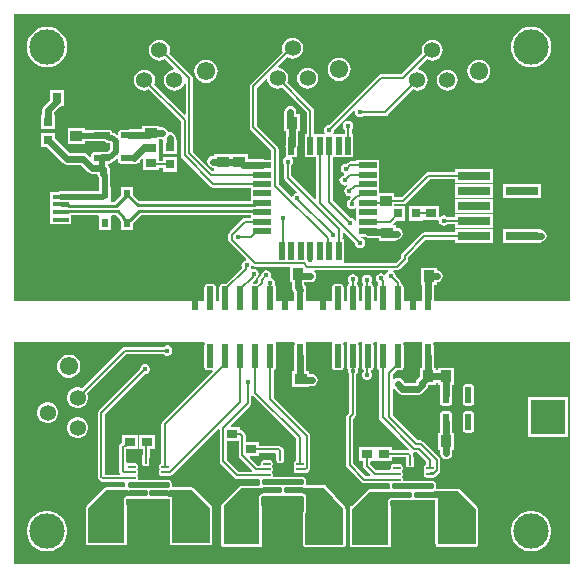
<source format=gbr>
%TF.GenerationSoftware,Altium Limited,Altium Designer,22.10.1 (41)*%
G04 Layer_Physical_Order=1*
G04 Layer_Color=255*
%FSLAX45Y45*%
%MOMM*%
%TF.SameCoordinates,087233EE-98F5-4CDC-9370-A7D44EC71BE6*%
%TF.FilePolarity,Positive*%
%TF.FileFunction,Copper,L1,Top,Signal*%
%TF.Part,Single*%
G01*
G75*
%TA.AperFunction,SMDPad,CuDef*%
%ADD10R,0.80000X0.80000*%
%ADD11R,0.80000X0.80000*%
%ADD12R,0.95000X0.80000*%
G04:AMPARAMS|DCode=13|XSize=1.97mm|YSize=0.59mm|CornerRadius=0.07375mm|HoleSize=0mm|Usage=FLASHONLY|Rotation=270.000|XOffset=0mm|YOffset=0mm|HoleType=Round|Shape=RoundedRectangle|*
%AMROUNDEDRECTD13*
21,1,1.97000,0.44250,0,0,270.0*
21,1,1.82250,0.59000,0,0,270.0*
1,1,0.14750,-0.22125,-0.91125*
1,1,0.14750,-0.22125,0.91125*
1,1,0.14750,0.22125,0.91125*
1,1,0.14750,0.22125,-0.91125*
%
%ADD13ROUNDEDRECTD13*%
%ADD14R,1.05000X0.95000*%
%ADD15R,0.95000X1.05000*%
%ADD16R,3.00000X3.00000*%
%TA.AperFunction,SMDPad,SMDef*%
G04:AMPARAMS|DCode=17|XSize=3.5mm|YSize=1.4mm|CornerRadius=0.098mm|HoleSize=0mm|Usage=FLASHONLY|Rotation=0.000|XOffset=0mm|YOffset=0mm|HoleType=Round|Shape=RoundedRectangle|*
%AMROUNDEDRECTD17*
21,1,3.50000,1.20400,0,0,0.0*
21,1,3.30400,1.40000,0,0,0.0*
1,1,0.19600,1.65200,-0.60200*
1,1,0.19600,-1.65200,-0.60200*
1,1,0.19600,-1.65200,0.60200*
1,1,0.19600,1.65200,0.60200*
%
%ADD17ROUNDEDRECTD17*%
G04:AMPARAMS|DCode=18|XSize=1.675mm|YSize=0.5mm|CornerRadius=0.1mm|HoleSize=0mm|Usage=FLASHONLY|Rotation=0.000|XOffset=0mm|YOffset=0mm|HoleType=Round|Shape=RoundedRectangle|*
%AMROUNDEDRECTD18*
21,1,1.67500,0.30000,0,0,0.0*
21,1,1.47500,0.50000,0,0,0.0*
1,1,0.20000,0.73750,-0.15000*
1,1,0.20000,-0.73750,-0.15000*
1,1,0.20000,-0.73750,0.15000*
1,1,0.20000,0.73750,0.15000*
%
%ADD18ROUNDEDRECTD18*%
G04:AMPARAMS|DCode=19|XSize=3.5mm|YSize=0.5mm|CornerRadius=0.1mm|HoleSize=0mm|Usage=FLASHONLY|Rotation=0.000|XOffset=0mm|YOffset=0mm|HoleType=Round|Shape=RoundedRectangle|*
%AMROUNDEDRECTD19*
21,1,3.50000,0.30000,0,0,0.0*
21,1,3.30000,0.50000,0,0,0.0*
1,1,0.20000,1.65000,-0.15000*
1,1,0.20000,-1.65000,-0.15000*
1,1,0.20000,-1.65000,0.15000*
1,1,0.20000,1.65000,0.15000*
%
%ADD19ROUNDEDRECTD19*%
G04:AMPARAMS|DCode=20|XSize=0.25mm|YSize=0.6mm|CornerRadius=0.05mm|HoleSize=0mm|Usage=FLASHONLY|Rotation=0.000|XOffset=0mm|YOffset=0mm|HoleType=Round|Shape=RoundedRectangle|*
%AMROUNDEDRECTD20*
21,1,0.25000,0.50000,0,0,0.0*
21,1,0.15000,0.60000,0,0,0.0*
1,1,0.10000,0.07500,-0.25000*
1,1,0.10000,-0.07500,-0.25000*
1,1,0.10000,-0.07500,0.25000*
1,1,0.10000,0.07500,0.25000*
%
%ADD20ROUNDEDRECTD20*%
G04:AMPARAMS|DCode=21|XSize=0.6mm|YSize=0.25mm|CornerRadius=0.05mm|HoleSize=0mm|Usage=FLASHONLY|Rotation=0.000|XOffset=0mm|YOffset=0mm|HoleType=Round|Shape=RoundedRectangle|*
%AMROUNDEDRECTD21*
21,1,0.60000,0.15000,0,0,0.0*
21,1,0.50000,0.25000,0,0,0.0*
1,1,0.10000,0.25000,-0.07500*
1,1,0.10000,-0.25000,-0.07500*
1,1,0.10000,-0.25000,0.07500*
1,1,0.10000,0.25000,0.07500*
%
%ADD21ROUNDEDRECTD21*%
%TA.AperFunction,SMDPad,CuDef*%
G04:AMPARAMS|DCode=22|XSize=1.42mm|YSize=0.58mm|CornerRadius=0.0725mm|HoleSize=0mm|Usage=FLASHONLY|Rotation=0.000|XOffset=0mm|YOffset=0mm|HoleType=Round|Shape=RoundedRectangle|*
%AMROUNDEDRECTD22*
21,1,1.42000,0.43500,0,0,0.0*
21,1,1.27500,0.58000,0,0,0.0*
1,1,0.14500,0.63750,-0.21750*
1,1,0.14500,-0.63750,-0.21750*
1,1,0.14500,-0.63750,0.21750*
1,1,0.14500,0.63750,0.21750*
%
%ADD22ROUNDEDRECTD22*%
G04:AMPARAMS|DCode=23|XSize=1.42mm|YSize=0.58mm|CornerRadius=0.0725mm|HoleSize=0mm|Usage=FLASHONLY|Rotation=90.000|XOffset=0mm|YOffset=0mm|HoleType=Round|Shape=RoundedRectangle|*
%AMROUNDEDRECTD23*
21,1,1.42000,0.43500,0,0,90.0*
21,1,1.27500,0.58000,0,0,90.0*
1,1,0.14500,0.21750,0.63750*
1,1,0.14500,0.21750,-0.63750*
1,1,0.14500,-0.21750,-0.63750*
1,1,0.14500,-0.21750,0.63750*
%
%ADD23ROUNDEDRECTD23*%
%ADD24R,1.90000X1.90000*%
%ADD25R,1.40000X1.60000*%
%ADD26R,1.35000X0.40000*%
%ADD27R,1.50000X0.50000*%
%ADD28R,0.50000X1.50000*%
%ADD29R,0.80000X0.95000*%
%ADD30R,2.79000X0.74000*%
%ADD31R,0.60000X0.75000*%
%ADD32R,3.00000X3.00000*%
%TA.AperFunction,Conductor*%
%ADD33C,0.60000*%
%ADD34C,0.20000*%
%ADD35C,0.26000*%
%ADD36C,0.25400*%
%ADD37C,0.50000*%
%TA.AperFunction,WasherPad*%
%ADD38C,3.00000*%
%TA.AperFunction,ComponentPad*%
%ADD39O,1.80000X0.90000*%
%ADD40R,1.35800X1.35800*%
%ADD41C,1.35800*%
%ADD42C,1.55000*%
%ADD43R,1.35800X1.35800*%
%TA.AperFunction,ViaPad*%
%ADD44C,0.45000*%
G36*
X4729609Y2550000D02*
X3574536D01*
Y2570743D01*
X3575979Y2578000D01*
Y2687500D01*
X3600000D01*
Y2709020D01*
X3619509Y2712901D01*
X3636048Y2723952D01*
X3647099Y2740491D01*
X3650979Y2760000D01*
X3647099Y2779509D01*
X3636048Y2796048D01*
X3619509Y2807099D01*
X3600000Y2810980D01*
Y2832500D01*
X3465000D01*
Y2687500D01*
X3474020D01*
Y2580013D01*
X3473520Y2577500D01*
X3474464Y2572756D01*
Y2550000D01*
X3320536D01*
Y2668625D01*
X3318411Y2679306D01*
X3312361Y2688361D01*
X3303306Y2694411D01*
X3301088Y2694852D01*
Y2699500D01*
X3298759Y2711205D01*
X3292129Y2721129D01*
X3253320Y2759938D01*
X3253332Y2760000D01*
X3250034Y2776583D01*
X3240640Y2790641D01*
X3231554Y2796712D01*
X3235407Y2809412D01*
X3264851D01*
X3264852Y2809412D01*
X3276558Y2811741D01*
X3286481Y2818371D01*
X3349121Y2881012D01*
X3349122Y2881012D01*
X3355752Y2890936D01*
X3358081Y2902641D01*
X3358081Y2902642D01*
Y2919070D01*
X3507422Y3068412D01*
X3753500D01*
Y3042000D01*
X4072500D01*
Y3156000D01*
X3753500D01*
Y3129588D01*
X3494753D01*
X3483047Y3127259D01*
X3473124Y3120629D01*
X3473123Y3120628D01*
X3305864Y2953369D01*
X3299234Y2943446D01*
X3296905Y2931740D01*
X3296906Y2931739D01*
Y2915311D01*
X3252182Y2870588D01*
X2822937D01*
X2815000Y2880000D01*
Y3070000D01*
X2811420D01*
X2809848Y3070965D01*
X2801983Y3082700D01*
X2803088Y3088254D01*
X2803088Y3088255D01*
Y3127061D01*
X2814821Y3131921D01*
X2906680Y3040063D01*
X2906668Y3040000D01*
X2909966Y3023417D01*
X2919359Y3009359D01*
X2933417Y2999966D01*
X2950000Y2996668D01*
X2966583Y2999966D01*
X2980640Y3009359D01*
X2990034Y3023417D01*
X2993332Y3040000D01*
X2990034Y3056583D01*
X2980640Y3070641D01*
X2966583Y3080034D01*
X2955190Y3082300D01*
X2956441Y3095000D01*
X2989867D01*
X3000491Y3087901D01*
X3020000Y3084021D01*
X3107500D01*
Y3055000D01*
X3252500D01*
Y3069021D01*
X3260000D01*
X3279509Y3072901D01*
X3296048Y3083952D01*
X3307099Y3100491D01*
X3310980Y3120000D01*
X3307099Y3139509D01*
X3296048Y3156048D01*
X3279509Y3167099D01*
X3260000Y3170980D01*
X3252500D01*
Y3190000D01*
X3236218D01*
X3230957Y3202700D01*
X3258258Y3230000D01*
X3335000D01*
Y3350000D01*
X3242500D01*
Y3366912D01*
X3317499D01*
X3317500Y3366912D01*
X3329205Y3369241D01*
X3339129Y3375871D01*
X3542670Y3579412D01*
X3753500D01*
Y3550000D01*
X4072500D01*
Y3664000D01*
X3753500D01*
Y3640588D01*
X3530001D01*
X3530000Y3640588D01*
X3518295Y3638259D01*
X3508371Y3631629D01*
X3304830Y3428088D01*
X3242500D01*
Y3465000D01*
X3110000D01*
Y3575000D01*
Y3655000D01*
Y3745000D01*
X2920000D01*
Y3730588D01*
X2866766D01*
X2866765Y3730588D01*
X2855060Y3728259D01*
X2845136Y3721629D01*
X2845136Y3721628D01*
X2835705Y3712198D01*
X2830000Y3713332D01*
X2813417Y3710034D01*
X2799359Y3700641D01*
X2789966Y3686583D01*
X2786668Y3670000D01*
X2789966Y3653417D01*
X2799359Y3639359D01*
X2813417Y3629966D01*
X2813612Y3616979D01*
X2810097Y3611363D01*
X2803417Y3610034D01*
X2789359Y3600641D01*
X2779966Y3586583D01*
X2776668Y3570000D01*
X2779966Y3553417D01*
X2789359Y3539359D01*
X2803417Y3529966D01*
X2820000Y3526668D01*
X2836582Y3529966D01*
X2841986Y3519078D01*
X2829359Y3510640D01*
X2819966Y3496583D01*
X2816667Y3480000D01*
X2819966Y3463417D01*
X2829359Y3449359D01*
X2843417Y3439966D01*
X2860000Y3436667D01*
X2870015Y3438660D01*
X2876271Y3426955D01*
X2863154Y3413838D01*
X2858350Y3406649D01*
X2849359Y3400641D01*
X2839966Y3386583D01*
X2836667Y3370000D01*
X2839966Y3353417D01*
X2849359Y3339360D01*
X2863417Y3329966D01*
X2880000Y3326668D01*
X2896582Y3329966D01*
X2907300Y3337128D01*
X2911620Y3336404D01*
X2917829Y3333325D01*
X2920000Y3331502D01*
Y3234526D01*
X2907300Y3230674D01*
X2900640Y3240640D01*
X2886582Y3250034D01*
X2870000Y3253332D01*
X2869938Y3253320D01*
X2720588Y3402670D01*
Y3770000D01*
X2895000D01*
Y3960000D01*
X2880588D01*
Y3999324D01*
X2880640Y3999360D01*
X2890034Y4013417D01*
X2893332Y4030000D01*
X2890034Y4046583D01*
X2880640Y4060641D01*
X2866583Y4070034D01*
X2850000Y4073332D01*
X2833417Y4070034D01*
X2819359Y4060641D01*
X2809966Y4046583D01*
X2806667Y4030000D01*
X2809966Y4013417D01*
X2819359Y3999360D01*
X2819412Y3999324D01*
Y3960000D01*
X2727753D01*
X2722873Y3972700D01*
X2730034Y3983417D01*
X2733332Y4000000D01*
X2733320Y4000062D01*
X2896937Y4163679D01*
X2908641Y4157423D01*
X2906668Y4147500D01*
X2909966Y4130917D01*
X2919359Y4116859D01*
X2933417Y4107466D01*
X2950000Y4104168D01*
X2966583Y4107466D01*
X2980640Y4116859D01*
X2980676Y4116912D01*
X3163499D01*
X3163500Y4116912D01*
X3175205Y4119241D01*
X3185129Y4125871D01*
X3399312Y4340055D01*
X3413053Y4334363D01*
X3436000Y4331342D01*
X3458947Y4334363D01*
X3480329Y4343220D01*
X3498691Y4357309D01*
X3512780Y4375671D01*
X3521637Y4397053D01*
X3524658Y4420000D01*
X3521637Y4442947D01*
X3512780Y4464329D01*
X3498691Y4482691D01*
X3480329Y4496780D01*
X3458947Y4505637D01*
X3446096Y4507329D01*
X3441545Y4520738D01*
X3518306Y4597500D01*
X3518671Y4597220D01*
X3540053Y4588363D01*
X3563000Y4585342D01*
X3585947Y4588363D01*
X3607329Y4597220D01*
X3625691Y4611309D01*
X3639780Y4629671D01*
X3648637Y4651053D01*
X3651658Y4674000D01*
X3648637Y4696947D01*
X3639780Y4718329D01*
X3625691Y4736691D01*
X3607329Y4750780D01*
X3585947Y4759637D01*
X3563000Y4762658D01*
X3540053Y4759637D01*
X3518671Y4750780D01*
X3500309Y4736691D01*
X3486220Y4718329D01*
X3477363Y4696947D01*
X3474342Y4674000D01*
X3477363Y4651053D01*
X3479700Y4645409D01*
X3304879Y4470588D01*
X3130001D01*
X3130000Y4470588D01*
X3118295Y4468259D01*
X3108371Y4461629D01*
X3108371Y4461628D01*
X2690062Y4043320D01*
X2690000Y4043332D01*
X2673417Y4040034D01*
X2659359Y4030640D01*
X2649966Y4016583D01*
X2646668Y4000000D01*
X2649966Y3983417D01*
X2657127Y3972700D01*
X2652247Y3960000D01*
X2560588D01*
Y4158999D01*
X2560588Y4159000D01*
X2558259Y4170705D01*
X2551629Y4180629D01*
X2332946Y4399312D01*
X2338637Y4413053D01*
X2341659Y4436000D01*
X2338637Y4458947D01*
X2329780Y4480329D01*
X2315691Y4498691D01*
X2297329Y4512780D01*
X2275947Y4521637D01*
X2263096Y4523329D01*
X2258544Y4536738D01*
X2335306Y4613500D01*
X2335671Y4613220D01*
X2357053Y4604363D01*
X2380000Y4601342D01*
X2402947Y4604363D01*
X2424329Y4613220D01*
X2442691Y4627309D01*
X2456780Y4645671D01*
X2465637Y4667053D01*
X2468659Y4690000D01*
X2465637Y4712947D01*
X2456780Y4734329D01*
X2442691Y4752691D01*
X2424329Y4766780D01*
X2402947Y4775637D01*
X2380000Y4778658D01*
X2357053Y4775637D01*
X2335671Y4766780D01*
X2317309Y4752691D01*
X2303220Y4734329D01*
X2294363Y4712947D01*
X2291342Y4690000D01*
X2294363Y4667053D01*
X2296701Y4661409D01*
X2025901Y4390610D01*
X2019271Y4380687D01*
X2016942Y4368982D01*
X2016943Y4368980D01*
Y4018227D01*
X2016942Y4018226D01*
X2019271Y4006520D01*
X2025901Y3996597D01*
X2199412Y3823086D01*
Y3745000D01*
X2148892D01*
X2142009Y3749599D01*
X2122500Y3753480D01*
X2002500D01*
Y3795000D01*
X1717500D01*
Y3780979D01*
X1710000D01*
X1690491Y3777099D01*
X1673952Y3766048D01*
X1662901Y3749509D01*
X1659020Y3730000D01*
X1662901Y3710491D01*
X1673952Y3693952D01*
X1690491Y3682901D01*
X1710000Y3679020D01*
X1717500Y3671520D01*
Y3660000D01*
X1710153Y3651288D01*
X1697369Y3650962D01*
X1535587Y3812744D01*
Y4433452D01*
X1533259Y4445157D01*
X1526629Y4455080D01*
X1526628Y4455081D01*
X1336300Y4645410D01*
X1338637Y4651053D01*
X1341658Y4674000D01*
X1338637Y4696947D01*
X1329780Y4718329D01*
X1315691Y4736691D01*
X1297329Y4750780D01*
X1275947Y4759637D01*
X1253000Y4762658D01*
X1230053Y4759637D01*
X1208671Y4750780D01*
X1190309Y4736691D01*
X1176220Y4718329D01*
X1167363Y4696947D01*
X1164342Y4674000D01*
X1167363Y4651053D01*
X1176220Y4629671D01*
X1190309Y4611309D01*
X1208671Y4597220D01*
X1230053Y4588363D01*
X1253000Y4585342D01*
X1275947Y4588363D01*
X1297329Y4597220D01*
X1297694Y4597500D01*
X1374455Y4520738D01*
X1369904Y4507329D01*
X1357053Y4505637D01*
X1335671Y4496780D01*
X1317309Y4482691D01*
X1303220Y4464329D01*
X1294363Y4442947D01*
X1291342Y4420000D01*
X1294363Y4397053D01*
X1303220Y4375671D01*
X1317309Y4357309D01*
X1335671Y4343220D01*
X1357053Y4334363D01*
X1380000Y4331342D01*
X1402947Y4334363D01*
X1424329Y4343220D01*
X1442691Y4357309D01*
X1456780Y4375671D01*
X1461712Y4387577D01*
X1474412Y4385051D01*
Y4131439D01*
X1462679Y4126579D01*
X1205946Y4383312D01*
X1211637Y4397053D01*
X1214658Y4420000D01*
X1211637Y4442947D01*
X1202780Y4464329D01*
X1188691Y4482691D01*
X1170329Y4496780D01*
X1148947Y4505637D01*
X1126000Y4508658D01*
X1103053Y4505637D01*
X1081671Y4496780D01*
X1063309Y4482691D01*
X1049220Y4464329D01*
X1040363Y4442947D01*
X1037342Y4420000D01*
X1040363Y4397053D01*
X1049220Y4375671D01*
X1063309Y4357309D01*
X1081671Y4343220D01*
X1103053Y4334363D01*
X1126000Y4331342D01*
X1148947Y4334363D01*
X1162688Y4340055D01*
X1434412Y4068330D01*
Y3783507D01*
X1434412Y3783506D01*
X1436741Y3771800D01*
X1443371Y3761877D01*
X1686876Y3518372D01*
X1686876Y3518371D01*
X1696800Y3511741D01*
X1708505Y3509412D01*
X1708507Y3509412D01*
X2030000D01*
Y3391646D01*
X1083437D01*
X1030000Y3445083D01*
Y3512500D01*
X930000D01*
Y3445083D01*
X874063Y3389146D01*
X849240D01*
X840000Y3397500D01*
Y3512500D01*
X835882D01*
Y3614250D01*
X832389Y3631808D01*
X829729Y3635789D01*
Y3665500D01*
X825849Y3685009D01*
X816490Y3699016D01*
X819490Y3708069D01*
X822115Y3711716D01*
X829250D01*
X839882Y3713831D01*
X848896Y3719854D01*
X850822Y3722736D01*
X851451Y3722861D01*
X866336Y3732807D01*
X891233Y3757704D01*
X902966Y3752844D01*
Y3739500D01*
X905081Y3728868D01*
X911104Y3719854D01*
X920118Y3713831D01*
X930750Y3711716D01*
X1033259D01*
X1035500Y3711270D01*
X1037741Y3711716D01*
X1058250D01*
X1068882Y3713831D01*
X1077896Y3719854D01*
X1083919Y3728868D01*
X1086034Y3739500D01*
Y3740688D01*
X1100767Y3755421D01*
X1112500Y3750560D01*
Y3655000D01*
X1247500D01*
Y3674413D01*
X1280000D01*
Y3645000D01*
X1400000D01*
Y3765000D01*
X1280000D01*
Y3735588D01*
X1247500D01*
Y3775000D01*
X1247500Y3775000D01*
Y3785001D01*
X1247500D01*
X1247500Y3787700D01*
Y3900000D01*
X1252500D01*
Y3919020D01*
X1268965D01*
X1270515Y3918456D01*
X1280000Y3908061D01*
Y3795000D01*
X1400000D01*
Y3915000D01*
X1390980D01*
Y3930000D01*
X1387099Y3949509D01*
X1376048Y3966048D01*
X1359509Y3977099D01*
X1340000Y3980980D01*
X1331813Y3979351D01*
X1317198Y3989010D01*
X1317099Y3989509D01*
X1306048Y4006048D01*
X1289509Y4017099D01*
X1270000Y4020980D01*
X1252500D01*
Y4035000D01*
X1107500D01*
Y4003229D01*
X995501D01*
X983205Y4000783D01*
X930751D01*
X920118Y3998669D01*
X911105Y3992646D01*
X905082Y3983632D01*
X902967Y3973000D01*
Y3959656D01*
X891234Y3954795D01*
X883336Y3962693D01*
X868451Y3972639D01*
X856638Y3974989D01*
X854919Y3983633D01*
X848896Y3992646D01*
X839882Y3998669D01*
X829250Y4000784D01*
X701750D01*
X691118Y3998669D01*
X686011Y3995257D01*
X622500D01*
Y4015000D01*
X477500D01*
Y3880000D01*
X622500D01*
Y3903494D01*
X692815D01*
X701750Y3901716D01*
X767752D01*
X769500Y3901369D01*
X792495D01*
X796057Y3897807D01*
X810942Y3887861D01*
X828501Y3884368D01*
X831888D01*
X835619Y3880638D01*
Y3831862D01*
X814888Y3811132D01*
X769500D01*
X767752Y3810784D01*
X701750D01*
X691118Y3808669D01*
X682104Y3802646D01*
X676081Y3793632D01*
X673966Y3783000D01*
Y3775010D01*
X662233Y3770149D01*
X642467Y3789915D01*
X625928Y3800966D01*
X606419Y3804847D01*
X492249D01*
X370000Y3927096D01*
Y3975000D01*
X250000D01*
Y3855000D01*
X297904D01*
X435084Y3717819D01*
X451623Y3706768D01*
X471132Y3702888D01*
X585303D01*
X645489Y3642702D01*
X662028Y3631651D01*
X681537Y3627770D01*
X727770D01*
Y3625500D01*
X731651Y3605991D01*
X742702Y3589452D01*
X744119Y3588505D01*
Y3512500D01*
X740000D01*
Y3479749D01*
X417140D01*
X399582Y3476256D01*
X396007Y3473867D01*
X329640D01*
Y3393867D01*
Y3328867D01*
Y3263867D01*
Y3198867D01*
X504640D01*
Y3275854D01*
X730761D01*
X740000Y3267500D01*
X740000Y3263153D01*
Y3152500D01*
X840000D01*
Y3263153D01*
X840000Y3267500D01*
X849240Y3275854D01*
X885732D01*
X914917Y3246669D01*
X916915Y3236624D01*
X924208Y3225708D01*
X930000Y3219917D01*
Y3152500D01*
X1030000D01*
Y3212416D01*
X1095937Y3278354D01*
X2030000D01*
Y3250588D01*
X1975754D01*
X1964048Y3248259D01*
X1954125Y3241629D01*
X1845871Y3133375D01*
X1839241Y3123451D01*
X1836912Y3111746D01*
X1836912Y3111745D01*
Y3068255D01*
X1836912Y3068254D01*
X1839241Y3056548D01*
X1845871Y3046625D01*
X1986847Y2905649D01*
X1982666Y2891869D01*
X1973413Y2890028D01*
X1959355Y2880635D01*
X1949962Y2866577D01*
X1946663Y2849994D01*
X1949962Y2833412D01*
X1951240Y2831498D01*
X1816278Y2696536D01*
X1787375D01*
X1776694Y2694411D01*
X1767639Y2688361D01*
X1761589Y2679306D01*
X1759464Y2668625D01*
Y2550000D01*
X1732536D01*
Y2668625D01*
X1730411Y2679306D01*
X1724361Y2688361D01*
X1715306Y2694411D01*
X1704625Y2696536D01*
X1660375D01*
X1649694Y2694411D01*
X1640639Y2688361D01*
X1634589Y2679306D01*
X1632464Y2668625D01*
Y2550000D01*
X20391D01*
Y4979609D01*
X4729609D01*
Y2550000D01*
D02*
G37*
G36*
X2165671Y4425904D02*
X2167363Y4413053D01*
X2176220Y4391671D01*
X2190309Y4373309D01*
X2208671Y4359220D01*
X2230053Y4350363D01*
X2253000Y4347342D01*
X2275947Y4350363D01*
X2289688Y4356055D01*
X2499412Y4146330D01*
Y3960000D01*
X2485000D01*
Y3770000D01*
X2579412D01*
Y3413870D01*
X2567679Y3409010D01*
X2370588Y3606102D01*
Y3699324D01*
X2370640Y3699359D01*
X2380034Y3713417D01*
X2383332Y3730000D01*
X2380034Y3746583D01*
X2372872Y3757300D01*
X2377752Y3770000D01*
X2415000D01*
Y3841729D01*
X2418349Y3846741D01*
X2422230Y3866250D01*
Y3987500D01*
X2440000D01*
Y4132500D01*
X2410980D01*
Y4150000D01*
X2407099Y4169509D01*
X2396048Y4186048D01*
X2379509Y4197099D01*
X2360000Y4200980D01*
X2340491Y4197099D01*
X2323952Y4186048D01*
X2312901Y4169509D01*
X2309021Y4150000D01*
Y4132500D01*
X2305000D01*
Y3987500D01*
X2320270D01*
Y3871285D01*
X2319020Y3865000D01*
X2322901Y3845491D01*
X2325000Y3842350D01*
Y3770349D01*
X2323417Y3770034D01*
X2309359Y3760640D01*
X2299966Y3746583D01*
X2296667Y3730000D01*
X2299966Y3713417D01*
X2309359Y3699359D01*
X2309412Y3699324D01*
Y3593433D01*
X2309412Y3593432D01*
X2311741Y3581726D01*
X2318371Y3571803D01*
X2414906Y3475268D01*
X2410726Y3461488D01*
X2403417Y3460034D01*
X2389359Y3450641D01*
X2380135Y3436836D01*
X2378803Y3434927D01*
X2366287Y3432724D01*
X2260588Y3538424D01*
Y3835756D01*
X2258259Y3847462D01*
X2251629Y3857385D01*
X2251628Y3857385D01*
X2078118Y4030896D01*
Y4356312D01*
X2152262Y4430455D01*
X2165671Y4425904D01*
D02*
G37*
G36*
X3188446Y2796712D02*
X3179359Y2790641D01*
X3170861Y2777923D01*
X3168514Y2776250D01*
X3156399Y2773475D01*
X3146582Y2780034D01*
X3130000Y2783333D01*
X3113417Y2780034D01*
X3099359Y2770641D01*
X3089966Y2756583D01*
X3086667Y2740000D01*
X3089966Y2723417D01*
X3099359Y2709360D01*
X3105402Y2705322D01*
X3104782Y2690461D01*
X3101639Y2688361D01*
X3095589Y2679306D01*
X3093464Y2668625D01*
Y2550000D01*
X3066536D01*
Y2668625D01*
X3064411Y2679306D01*
X3058361Y2688361D01*
X3049849Y2694049D01*
X3048955Y2696033D01*
X3046376Y2707943D01*
X3050034Y2713417D01*
X3053332Y2730000D01*
X3050034Y2746583D01*
X3040641Y2760640D01*
X3026583Y2770034D01*
X3010000Y2773332D01*
X2993417Y2770034D01*
X2979360Y2760640D01*
X2969966Y2746583D01*
X2966668Y2730000D01*
X2969966Y2713417D01*
X2976016Y2704363D01*
X2974675Y2688445D01*
X2974639Y2688361D01*
X2968589Y2679306D01*
X2966464Y2668625D01*
Y2550000D01*
X2939536D01*
Y2668625D01*
X2937411Y2679306D01*
X2931361Y2688361D01*
X2927107Y2691203D01*
X2926032Y2692878D01*
X2923483Y2704737D01*
X2923749Y2707073D01*
X2929659Y2715918D01*
X2932957Y2732500D01*
X2929659Y2749083D01*
X2920265Y2763141D01*
X2906208Y2772534D01*
X2889625Y2775833D01*
X2873042Y2772534D01*
X2858984Y2763141D01*
X2849591Y2749083D01*
X2846293Y2732500D01*
X2849591Y2715918D01*
X2855472Y2707117D01*
X2855706Y2704682D01*
X2852859Y2691849D01*
X2847639Y2688361D01*
X2841589Y2679306D01*
X2839464Y2668625D01*
Y2550000D01*
X2812536D01*
Y2668625D01*
X2810411Y2679306D01*
X2804361Y2688361D01*
X2795306Y2694411D01*
X2784625Y2696536D01*
X2740375D01*
X2729694Y2694411D01*
X2720639Y2688361D01*
X2714589Y2679306D01*
X2712464Y2668625D01*
Y2550000D01*
X2494536D01*
Y2643769D01*
X2494980Y2646000D01*
X2494536Y2648231D01*
Y2668625D01*
X2492411Y2679306D01*
X2486361Y2688361D01*
X2477306Y2694411D01*
X2475351Y2694800D01*
X2476602Y2707500D01*
X2490000D01*
Y2709020D01*
X2530000D01*
X2549509Y2712901D01*
X2566048Y2723952D01*
X2577099Y2740491D01*
X2580980Y2760000D01*
X2577099Y2779509D01*
X2566048Y2796048D01*
X2565054Y2796712D01*
X2568906Y2809412D01*
X3184593D01*
X3188446Y2796712D01*
D02*
G37*
G36*
X2054048Y2841741D02*
X2065754Y2839412D01*
X2065755Y2839412D01*
X2355000D01*
Y2707500D01*
X2371521D01*
Y2667500D01*
X2375401Y2647991D01*
X2386452Y2631452D01*
X2394464Y2623441D01*
Y2550000D01*
X2240536D01*
Y2668625D01*
X2238411Y2679306D01*
X2232361Y2688361D01*
X2231172Y2689155D01*
X2233328Y2699995D01*
X2230030Y2716577D01*
X2220636Y2730635D01*
X2206578Y2740029D01*
X2204475Y2740447D01*
X2197866Y2754711D01*
X2200305Y2766973D01*
X2197007Y2783556D01*
X2187613Y2797613D01*
X2173555Y2807007D01*
X2156973Y2810305D01*
X2140390Y2807007D01*
X2126332Y2797613D01*
X2116939Y2783556D01*
X2113640Y2766973D01*
X2113653Y2766911D01*
X2095966Y2749224D01*
X2089336Y2739300D01*
X2087007Y2727595D01*
X2087007Y2727594D01*
Y2713265D01*
X2070278Y2696536D01*
X2047754D01*
X2042494Y2709236D01*
X2066845Y2733588D01*
X2073476Y2743511D01*
X2073719Y2744735D01*
X2080640Y2749360D01*
X2090034Y2763417D01*
X2093332Y2780000D01*
X2090034Y2796583D01*
X2080640Y2810641D01*
X2066583Y2820034D01*
X2050000Y2823332D01*
X2036817Y2820710D01*
X2029022Y2829683D01*
X2028420Y2831003D01*
X2030030Y2833412D01*
X2031870Y2842665D01*
X2039403Y2846172D01*
X2045740Y2847292D01*
X2054048Y2841741D01*
D02*
G37*
G36*
X3097589Y2187300D02*
X3095589Y2184306D01*
X3093464Y2173625D01*
Y1991375D01*
X3095589Y1980694D01*
X3101639Y1971639D01*
X3110694Y1965589D01*
X3112912Y1965147D01*
Y1565687D01*
X3112912Y1565685D01*
X3115241Y1553980D01*
X3121871Y1544057D01*
X3369579Y1296348D01*
X3363323Y1284644D01*
X3358579Y1285588D01*
X3358578Y1285588D01*
X3217500D01*
Y1315000D01*
X3090200D01*
X3082500Y1315000D01*
X3069800Y1315000D01*
X2942500D01*
Y1195000D01*
X2976912D01*
Y1155001D01*
X2976912Y1155000D01*
X2979241Y1143295D01*
X2985871Y1133371D01*
X3039421Y1079821D01*
X3034561Y1068088D01*
X3000245D01*
X2893088Y1175245D01*
Y1552117D01*
X2911629Y1570659D01*
X2918259Y1580582D01*
X2920588Y1592287D01*
Y1930484D01*
X2926030Y1935926D01*
X2932500Y1951546D01*
Y1968454D01*
X2931219Y1971544D01*
X2931361Y1971639D01*
X2937411Y1980694D01*
X2939536Y1991375D01*
Y2173625D01*
X2937411Y2184306D01*
X2935411Y2187300D01*
X2942199Y2200000D01*
X2963801D01*
X2970589Y2187300D01*
X2968589Y2184306D01*
X2966464Y2173625D01*
Y1991375D01*
X2968589Y1980694D01*
X2974639Y1971639D01*
X2981102Y1967320D01*
X2981869Y1954473D01*
X2973970Y1946574D01*
X2967500Y1930954D01*
Y1914046D01*
X2973970Y1898426D01*
X2985926Y1886470D01*
X3001546Y1880000D01*
X3018454D01*
X3034074Y1886470D01*
X3046030Y1898426D01*
X3052500Y1914046D01*
Y1930954D01*
X3046030Y1946574D01*
X3043838Y1948766D01*
Y1964501D01*
X3049306Y1965589D01*
X3058361Y1971639D01*
X3064411Y1980694D01*
X3066536Y1991375D01*
Y2173625D01*
X3064411Y2184306D01*
X3062411Y2187300D01*
X3069199Y2200000D01*
X3090801D01*
X3097589Y2187300D01*
D02*
G37*
G36*
X3478589D02*
X3476589Y2184306D01*
X3474464Y2173625D01*
Y2089257D01*
X3473020Y2082000D01*
Y1982500D01*
X3455000D01*
Y1909596D01*
X3438952Y1893548D01*
X3427901Y1877009D01*
X3424215Y1858480D01*
X3330406D01*
X3322513Y1866372D01*
X3316048Y1876048D01*
X3306048Y1886048D01*
X3289509Y1897099D01*
X3270000Y1900980D01*
X3250491Y1897099D01*
X3240788Y1890615D01*
X3228088Y1897404D01*
Y1929076D01*
X3257372Y1958361D01*
X3261129Y1960871D01*
X3263722Y1963464D01*
X3292625D01*
X3303306Y1965589D01*
X3312361Y1971639D01*
X3318411Y1980694D01*
X3320536Y1991375D01*
Y2173625D01*
X3318411Y2184306D01*
X3316411Y2187300D01*
X3323199Y2200000D01*
X3471801D01*
X3478589Y2187300D01*
D02*
G37*
G36*
X4729609Y320391D02*
X20391D01*
Y2200000D01*
X1629801D01*
X1636589Y2187300D01*
X1634589Y2184306D01*
X1632464Y2173625D01*
Y1991375D01*
X1634589Y1980694D01*
X1640639Y1971639D01*
X1649694Y1965589D01*
X1660375Y1963464D01*
X1698246D01*
X1703506Y1950764D01*
X1278371Y1525629D01*
X1271741Y1515705D01*
X1269412Y1504000D01*
X1269412Y1503999D01*
Y1179378D01*
X1265246Y1178549D01*
X1256976Y1173024D01*
X1251451Y1164754D01*
X1249510Y1155000D01*
Y1140000D01*
X1251451Y1130246D01*
X1256626Y1122500D01*
X1251451Y1114754D01*
X1249510Y1105000D01*
Y1090000D01*
X1251451Y1080246D01*
X1256976Y1071976D01*
X1265246Y1066451D01*
X1275000Y1064510D01*
X1325000D01*
X1334754Y1066451D01*
X1339187Y1069412D01*
X1339999D01*
X1340000Y1069412D01*
X1351705Y1071741D01*
X1361629Y1078371D01*
X1749212Y1465955D01*
X1761912Y1460694D01*
Y1193255D01*
X1761912Y1193254D01*
X1764241Y1181549D01*
X1770871Y1171625D01*
X1891625Y1050871D01*
X1901549Y1044241D01*
X1913254Y1041912D01*
X1913255Y1041912D01*
X2093833D01*
X2104412Y1030000D01*
Y1000000D01*
X2104792Y998092D01*
X2094569Y985392D01*
X1945000D01*
X1937197Y983840D01*
X1930581Y979419D01*
X1930580Y979419D01*
X1780581Y829419D01*
X1776161Y822804D01*
X1774608Y815000D01*
Y490000D01*
X1776161Y482196D01*
X1780000Y476450D01*
Y470000D01*
X1793030D01*
X1795000Y469608D01*
X2095000D01*
X2096970Y470000D01*
X2120000D01*
Y810000D01*
X2115392D01*
Y886553D01*
X2124730Y895892D01*
X2126082Y896161D01*
X2127751Y897276D01*
X2129607Y898045D01*
X2131130Y899062D01*
X2133945Y899622D01*
X2135000Y899412D01*
X2282500D01*
X2294205Y901741D01*
X2300000Y905612D01*
X2305795Y901741D01*
X2317500Y899412D01*
X2465000D01*
X2466055Y899622D01*
X2468871Y899062D01*
X2471982Y896983D01*
X2474062Y893871D01*
X2475192Y888192D01*
Y771808D01*
X2474062Y766130D01*
X2470825Y761284D01*
X2470056Y759429D01*
X2468940Y757759D01*
X2468549Y755789D01*
X2467780Y753933D01*
Y751924D01*
X2467388Y749955D01*
Y486161D01*
X2468940Y478357D01*
X2473361Y471741D01*
X2479976Y467321D01*
X2487780Y465769D01*
X2807780D01*
X2815584Y467321D01*
X2819594Y470000D01*
X2820000D01*
Y470272D01*
X2822199Y471741D01*
X2826620Y478357D01*
X2828172Y486161D01*
Y786160D01*
X2827545Y789314D01*
X2827159Y792508D01*
X2826773Y793193D01*
X2826620Y793964D01*
X2824832Y796640D01*
X2823254Y799441D01*
X2820000Y803233D01*
Y810000D01*
X2814192D01*
X2665474Y983281D01*
X2664856Y983765D01*
X2664419Y984419D01*
X2661744Y986207D01*
X2659214Y988192D01*
X2658457Y988403D01*
X2657804Y988840D01*
X2654650Y989467D01*
X2651551Y990333D01*
X2650770Y990239D01*
X2650000Y990392D01*
X2503473D01*
X2495588Y1000000D01*
Y1030000D01*
X2493259Y1041705D01*
X2486629Y1051629D01*
X2476705Y1058259D01*
X2465000Y1060588D01*
X2214111D01*
X2210490Y1065000D01*
Y1080000D01*
X2208549Y1089754D01*
X2203374Y1097500D01*
X2208549Y1105246D01*
X2210490Y1115000D01*
Y1130000D01*
X2208549Y1139754D01*
X2203374Y1147500D01*
X2208549Y1155246D01*
X2210490Y1165000D01*
Y1180000D01*
X2208549Y1189754D01*
X2203024Y1198024D01*
X2194754Y1203549D01*
X2185000Y1205490D01*
X2135000D01*
X2125246Y1203549D01*
X2116976Y1198024D01*
X2111451Y1189754D01*
X2109510Y1180000D01*
Y1165000D01*
X2098931Y1153088D01*
X2085244D01*
X2015065Y1223267D01*
X2019925Y1235000D01*
X2097500D01*
Y1264413D01*
X2232914D01*
X2232969Y1264389D01*
X2242351Y1251712D01*
X2242011Y1250000D01*
Y1200000D01*
X2243951Y1190246D01*
X2249476Y1181976D01*
X2257746Y1176451D01*
X2267500Y1174510D01*
X2282500D01*
X2292254Y1176451D01*
X2300524Y1181976D01*
X2306049Y1190246D01*
X2307990Y1200000D01*
Y1250000D01*
X2306049Y1259754D01*
X2305588Y1260445D01*
Y1283283D01*
X2305588Y1283284D01*
X2303259Y1294990D01*
X2296629Y1304913D01*
X2296628Y1304914D01*
X2284913Y1316629D01*
X2274990Y1323259D01*
X2263284Y1325588D01*
X2263283Y1325588D01*
X2097500D01*
Y1355000D01*
X1983088D01*
Y1408284D01*
X1980759Y1419990D01*
X1974129Y1429913D01*
X1974128Y1429914D01*
X1957413Y1446629D01*
X1947490Y1453259D01*
X1937500Y1455247D01*
Y1485000D01*
X1859925D01*
X1855065Y1496733D01*
X2021629Y1663297D01*
X2028259Y1673221D01*
X2030588Y1684926D01*
Y1745149D01*
X2037458Y1748785D01*
X2043288Y1749705D01*
X2409412Y1383580D01*
Y1204378D01*
X2405246Y1203549D01*
X2396976Y1198024D01*
X2391451Y1189754D01*
X2389510Y1180000D01*
Y1165000D01*
X2391451Y1155246D01*
X2396626Y1147500D01*
X2391451Y1139754D01*
X2389510Y1130000D01*
Y1115000D01*
X2391451Y1105246D01*
X2396976Y1096976D01*
X2405246Y1091451D01*
X2415000Y1089510D01*
X2465000D01*
X2474754Y1091451D01*
X2475445Y1091912D01*
X2488283D01*
X2488284Y1091912D01*
X2499990Y1094241D01*
X2509913Y1100871D01*
X2521628Y1112586D01*
X2521629Y1112587D01*
X2528259Y1122510D01*
X2530588Y1134216D01*
X2530588Y1134217D01*
Y1409357D01*
X2530588Y1409358D01*
X2528259Y1421063D01*
X2521629Y1430987D01*
X2221088Y1731528D01*
Y1965147D01*
X2223306Y1965589D01*
X2232361Y1971639D01*
X2238411Y1980694D01*
X2240536Y1991375D01*
Y2173625D01*
X2238411Y2184306D01*
X2236411Y2187300D01*
X2243199Y2200000D01*
X2391801D01*
X2398589Y2187300D01*
X2396589Y2184306D01*
X2394464Y2173625D01*
Y2087244D01*
X2393520Y2082500D01*
X2394020Y2079987D01*
Y1960000D01*
X2377500D01*
Y1825000D01*
X2522500D01*
Y1829020D01*
X2540000D01*
X2559509Y1832901D01*
X2576048Y1843952D01*
X2587099Y1860491D01*
X2590980Y1880000D01*
X2587099Y1899509D01*
X2576048Y1916048D01*
X2559509Y1927099D01*
X2540000Y1930980D01*
X2522500D01*
Y1960000D01*
X2495980D01*
Y2082000D01*
X2494536Y2089257D01*
Y2173625D01*
X2492411Y2184306D01*
X2490411Y2187300D01*
X2497199Y2200000D01*
X2709801D01*
X2716589Y2187300D01*
X2714589Y2184306D01*
X2712464Y2173625D01*
Y1991375D01*
X2714589Y1980694D01*
X2720639Y1971639D01*
X2729694Y1965589D01*
X2740375Y1963464D01*
X2784625D01*
X2795306Y1965589D01*
X2804361Y1971639D01*
X2810411Y1980694D01*
X2812536Y1991375D01*
Y2173625D01*
X2810411Y2184306D01*
X2808411Y2187300D01*
X2815199Y2200000D01*
X2836801D01*
X2843589Y2187300D01*
X2841589Y2184306D01*
X2839464Y2173625D01*
Y1991375D01*
X2841589Y1980694D01*
X2847639Y1971639D01*
X2848564Y1971021D01*
X2847500Y1968454D01*
Y1951546D01*
X2853970Y1935926D01*
X2859412Y1930484D01*
Y1604957D01*
X2840871Y1586416D01*
X2834241Y1576493D01*
X2831912Y1564787D01*
X2831912Y1564786D01*
Y1162576D01*
X2831912Y1162575D01*
X2834241Y1150870D01*
X2840871Y1140946D01*
X2965946Y1015872D01*
X2965946Y1015871D01*
X2975869Y1009241D01*
X2987575Y1006912D01*
X3193833D01*
X3204412Y995000D01*
Y965000D01*
X3196363Y955192D01*
X3035583D01*
X3027780Y953640D01*
X3021164Y949219D01*
X3021164Y949219D01*
X2881945Y810000D01*
X2870000D01*
Y797477D01*
X2866744Y792604D01*
X2865192Y784800D01*
Y484800D01*
X2866744Y476997D01*
X2870000Y472123D01*
Y470000D01*
X2871734D01*
X2877780Y465960D01*
X2885584Y464408D01*
X3185583D01*
X3193387Y465960D01*
X3199433Y470000D01*
X3210000D01*
Y810000D01*
X3205975D01*
Y856353D01*
X3214030Y864408D01*
X3230861D01*
X3232831Y864800D01*
X3233051D01*
X3235000Y864412D01*
X3382500D01*
X3394205Y866741D01*
X3400000Y870612D01*
X3405795Y866741D01*
X3417500Y864412D01*
X3565000D01*
X3566055Y864622D01*
X3569604Y863916D01*
X3570701Y863102D01*
X3573136Y862490D01*
X3575457Y861528D01*
X3576960D01*
X3578417Y861162D01*
X3589608Y860602D01*
Y490000D01*
X3590000Y488030D01*
Y470000D01*
X3608030D01*
X3610000Y469608D01*
X3930000D01*
X3937804Y471160D01*
X3944419Y475581D01*
X3948840Y482196D01*
X3950392Y490000D01*
Y790000D01*
X3948840Y797804D01*
X3944419Y804419D01*
X3944419Y804420D01*
X3794419Y954419D01*
X3787804Y958840D01*
X3780000Y960392D01*
X3599370D01*
X3595588Y965000D01*
Y995000D01*
X3593259Y1006705D01*
X3586629Y1016629D01*
X3576705Y1023259D01*
X3565000Y1025588D01*
X3314111D01*
X3310490Y1030000D01*
Y1045000D01*
X3308549Y1054754D01*
X3303374Y1062500D01*
X3308549Y1070246D01*
X3310490Y1080000D01*
Y1095000D01*
X3308549Y1104754D01*
X3303374Y1112500D01*
X3308549Y1120246D01*
X3310490Y1130000D01*
Y1145000D01*
X3308549Y1154754D01*
X3303024Y1163024D01*
X3294754Y1168549D01*
X3285000Y1170490D01*
X3235000D01*
X3225246Y1168549D01*
X3216976Y1163024D01*
X3211451Y1154754D01*
X3209510Y1145000D01*
Y1130001D01*
X3198931Y1118088D01*
X3087670D01*
X3038088Y1167670D01*
Y1186020D01*
X3047068Y1195000D01*
X3077500Y1195000D01*
X3090200Y1195000D01*
X3217500D01*
Y1224412D01*
X3341912D01*
Y1192502D01*
X3341912Y1192500D01*
X3342011Y1192005D01*
Y1165000D01*
X3343951Y1155246D01*
X3349476Y1146976D01*
X3357746Y1141451D01*
X3367500Y1139511D01*
X3382500D01*
X3392254Y1141451D01*
X3400524Y1146976D01*
X3406049Y1155246D01*
X3407990Y1165000D01*
Y1215000D01*
X3406049Y1224754D01*
X3403088Y1229187D01*
Y1241078D01*
X3403088Y1241079D01*
X3400759Y1252784D01*
X3398176Y1256651D01*
X3405813Y1268080D01*
X3411685Y1266912D01*
X3411687Y1266912D01*
X3436828D01*
X3509412Y1194328D01*
Y1169378D01*
X3505246Y1168549D01*
X3496976Y1163024D01*
X3491451Y1154754D01*
X3489510Y1145000D01*
Y1130000D01*
X3491451Y1120246D01*
X3496626Y1112500D01*
X3491451Y1104754D01*
X3489510Y1095000D01*
Y1080000D01*
X3491451Y1070246D01*
X3496976Y1061976D01*
X3505246Y1056451D01*
X3515000Y1054510D01*
X3565000D01*
X3574754Y1056451D01*
X3581174Y1060741D01*
X3586203Y1061741D01*
X3596126Y1068371D01*
X3621628Y1093873D01*
X3621629Y1093874D01*
X3628259Y1103797D01*
X3630588Y1115503D01*
X3630588Y1115504D01*
Y1203566D01*
X3628259Y1215272D01*
X3621629Y1225195D01*
X3621628Y1225195D01*
X3487695Y1359129D01*
X3477771Y1365759D01*
X3466066Y1368088D01*
X3466065Y1368088D01*
X3440924D01*
X3228088Y1580924D01*
Y1801625D01*
X3240788Y1805477D01*
X3243952Y1800742D01*
X3273242Y1771452D01*
X3289780Y1760401D01*
X3309290Y1756520D01*
X3445710D01*
X3465219Y1760401D01*
X3481758Y1771452D01*
X3511048Y1800742D01*
X3522099Y1817280D01*
X3525879Y1836283D01*
X3527096Y1837500D01*
X3590000D01*
Y1859020D01*
X3610000D01*
Y1837500D01*
X3627146D01*
Y1755126D01*
X3629217Y1744714D01*
Y1690751D01*
X3631332Y1680118D01*
X3637354Y1671105D01*
X3646368Y1665082D01*
X3657001Y1662967D01*
X3700501D01*
X3711133Y1665082D01*
X3720147Y1671105D01*
X3726170Y1680118D01*
X3728284Y1690751D01*
Y1747232D01*
X3729730Y1754501D01*
X3729105Y1757644D01*
Y1837500D01*
X3745000D01*
Y1982500D01*
X3610000D01*
Y1960980D01*
X3590000D01*
Y1982500D01*
X3574980D01*
Y2079988D01*
X3575479Y2082500D01*
X3574536Y2087243D01*
Y2173625D01*
X3572411Y2184306D01*
X3570411Y2187300D01*
X3577199Y2200000D01*
X4729609D01*
Y320391D01*
D02*
G37*
G36*
X1921912Y1242575D02*
X1921912Y1242574D01*
X1924241Y1230869D01*
X1930871Y1220945D01*
X2036995Y1114821D01*
X2032135Y1103088D01*
X1925924D01*
X1823088Y1205924D01*
Y1365000D01*
X1921912D01*
Y1242575D01*
D02*
G37*
G36*
X3930000Y790000D02*
Y490000D01*
X3610000D01*
Y880000D01*
X3579435Y881528D01*
X3576827Y883271D01*
X3565200Y885584D01*
X3498326D01*
X3417270Y889637D01*
X3413088Y895000D01*
Y925000D01*
X3420812Y934412D01*
X3565000D01*
X3576705Y936741D01*
X3581583Y940000D01*
X3780000D01*
X3930000Y790000D01*
D02*
G37*
G36*
X2285000Y920584D02*
X2134800D01*
X2123173Y918271D01*
X2118278Y915000D01*
X2115000D01*
X2095000Y895000D01*
Y490000D01*
X1795000D01*
Y815000D01*
X1945000Y965000D01*
X2285000D01*
Y920584D01*
D02*
G37*
G36*
X2807780Y786160D02*
Y486161D01*
X2487780D01*
Y749955D01*
X2493271Y758173D01*
X2495584Y769800D01*
Y890200D01*
X2493271Y901827D01*
X2486684Y911684D01*
X2476827Y918271D01*
X2465200Y920584D01*
X2320816D01*
X2313088Y930000D01*
Y960000D01*
X2320812Y969412D01*
X2465000D01*
X2467955Y970000D01*
X2650000D01*
X2807780Y786160D01*
D02*
G37*
G36*
X3235000Y934412D02*
X3375583D01*
Y885584D01*
X3234800D01*
X3230861Y884800D01*
X3205583D01*
X3185583Y864800D01*
Y484800D01*
X2885584D01*
Y784800D01*
X3035583Y934800D01*
X3233052D01*
X3235000Y934412D01*
D02*
G37*
%LPC*%
G36*
X4400000Y4870822D02*
X4366674Y4867540D01*
X4334629Y4857819D01*
X4305096Y4842033D01*
X4279210Y4820790D01*
X4257967Y4794904D01*
X4242181Y4765371D01*
X4232460Y4733326D01*
X4229178Y4700000D01*
X4232460Y4666674D01*
X4242181Y4634629D01*
X4257967Y4605096D01*
X4279210Y4579210D01*
X4305096Y4557966D01*
X4334629Y4542181D01*
X4366674Y4532460D01*
X4400000Y4529178D01*
X4433326Y4532460D01*
X4465371Y4542181D01*
X4494904Y4557966D01*
X4520790Y4579210D01*
X4542034Y4605096D01*
X4557819Y4634629D01*
X4567540Y4666674D01*
X4570822Y4700000D01*
X4567540Y4733326D01*
X4557819Y4765371D01*
X4542034Y4794904D01*
X4520790Y4820790D01*
X4494904Y4842033D01*
X4465371Y4857819D01*
X4433326Y4867540D01*
X4400000Y4870822D01*
D02*
G37*
G36*
X300000D02*
X266674Y4867540D01*
X234629Y4857819D01*
X205096Y4842033D01*
X179210Y4820790D01*
X157966Y4794904D01*
X142181Y4765371D01*
X132460Y4733326D01*
X129178Y4700000D01*
X132460Y4666674D01*
X142181Y4634629D01*
X157966Y4605096D01*
X179210Y4579210D01*
X205096Y4557966D01*
X234629Y4542181D01*
X266674Y4532460D01*
X300000Y4529178D01*
X333326Y4532460D01*
X365371Y4542181D01*
X394904Y4557966D01*
X420790Y4579210D01*
X442033Y4605096D01*
X457819Y4634629D01*
X467540Y4666674D01*
X470822Y4700000D01*
X467540Y4733326D01*
X457819Y4765371D01*
X442033Y4794904D01*
X420790Y4820790D01*
X394904Y4842033D01*
X365371Y4857819D01*
X333326Y4867540D01*
X300000Y4870822D01*
D02*
G37*
G36*
X2774000Y4608341D02*
X2748547Y4604991D01*
X2724829Y4595166D01*
X2704462Y4579538D01*
X2688834Y4559171D01*
X2679010Y4535453D01*
X2675659Y4510000D01*
X2679010Y4484548D01*
X2688834Y4460830D01*
X2704462Y4440462D01*
X2724829Y4424834D01*
X2748547Y4415010D01*
X2774000Y4411659D01*
X2799453Y4415010D01*
X2823171Y4424834D01*
X2843538Y4440462D01*
X2859166Y4460830D01*
X2868990Y4484548D01*
X2872341Y4510000D01*
X2868990Y4535453D01*
X2859166Y4559171D01*
X2843538Y4579538D01*
X2823171Y4595166D01*
X2799453Y4604991D01*
X2774000Y4608341D01*
D02*
G37*
G36*
X3957000Y4592341D02*
X3931547Y4588991D01*
X3907829Y4579166D01*
X3887462Y4563538D01*
X3871834Y4543171D01*
X3862010Y4519453D01*
X3858659Y4494000D01*
X3862010Y4468548D01*
X3871834Y4444830D01*
X3887462Y4424462D01*
X3907829Y4408834D01*
X3931547Y4399010D01*
X3957000Y4395659D01*
X3982453Y4399010D01*
X4006171Y4408834D01*
X4026538Y4424462D01*
X4042166Y4444830D01*
X4051990Y4468548D01*
X4055341Y4494000D01*
X4051990Y4519453D01*
X4042166Y4543171D01*
X4026538Y4563538D01*
X4006171Y4579166D01*
X3982453Y4588991D01*
X3957000Y4592341D01*
D02*
G37*
G36*
X1647000D02*
X1621547Y4588991D01*
X1597829Y4579166D01*
X1577462Y4563538D01*
X1561834Y4543171D01*
X1552010Y4519453D01*
X1548659Y4494000D01*
X1552010Y4468548D01*
X1561834Y4444830D01*
X1577462Y4424462D01*
X1597829Y4408834D01*
X1621547Y4399010D01*
X1647000Y4395659D01*
X1672453Y4399010D01*
X1696171Y4408834D01*
X1716538Y4424462D01*
X1732166Y4444830D01*
X1741990Y4468548D01*
X1745341Y4494000D01*
X1741990Y4519453D01*
X1732166Y4543171D01*
X1716538Y4563538D01*
X1696171Y4579166D01*
X1672453Y4588991D01*
X1647000Y4592341D01*
D02*
G37*
G36*
X2507000Y4524658D02*
X2484053Y4521637D01*
X2462671Y4512780D01*
X2444309Y4498691D01*
X2430220Y4480329D01*
X2421363Y4458947D01*
X2418342Y4436000D01*
X2421363Y4413053D01*
X2430220Y4391671D01*
X2444309Y4373309D01*
X2462671Y4359220D01*
X2484053Y4350363D01*
X2507000Y4347342D01*
X2529947Y4350363D01*
X2551329Y4359220D01*
X2569691Y4373309D01*
X2583780Y4391671D01*
X2592637Y4413053D01*
X2595659Y4436000D01*
X2592637Y4458947D01*
X2583780Y4480329D01*
X2569691Y4498691D01*
X2551329Y4512780D01*
X2529947Y4521637D01*
X2507000Y4524658D01*
D02*
G37*
G36*
X3690000Y4508658D02*
X3667053Y4505637D01*
X3645671Y4496780D01*
X3627309Y4482691D01*
X3613220Y4464329D01*
X3604363Y4442947D01*
X3601342Y4420000D01*
X3604363Y4397053D01*
X3613220Y4375671D01*
X3627309Y4357309D01*
X3645671Y4343220D01*
X3667053Y4334363D01*
X3690000Y4331342D01*
X3712947Y4334363D01*
X3734329Y4343220D01*
X3752691Y4357309D01*
X3766780Y4375671D01*
X3775637Y4397053D01*
X3778658Y4420000D01*
X3775637Y4442947D01*
X3766780Y4464329D01*
X3752691Y4482691D01*
X3734329Y4496780D01*
X3712947Y4505637D01*
X3690000Y4508658D01*
D02*
G37*
G36*
X445000Y4337500D02*
X325000D01*
Y4264926D01*
X324020Y4260000D01*
Y4252906D01*
X273952Y4202837D01*
X262901Y4186298D01*
X259020Y4166789D01*
Y4125000D01*
X250000D01*
Y4005000D01*
X370000D01*
Y4125000D01*
X360979D01*
Y4145673D01*
X411048Y4195741D01*
X415564Y4202500D01*
X445000D01*
Y4337500D01*
D02*
G37*
G36*
X4479500Y3537000D02*
X4160500D01*
Y3423000D01*
X4479500D01*
Y3537000D01*
D02*
G37*
G36*
X4072500D02*
X3753500D01*
Y3423000D01*
X4072500D01*
Y3537000D01*
D02*
G37*
G36*
Y3410000D02*
X3753500D01*
Y3296000D01*
X4072500D01*
Y3410000D01*
D02*
G37*
G36*
X3617500Y3355000D02*
X3482500D01*
Y3350000D01*
X3365000D01*
Y3230000D01*
X3485000D01*
Y3235000D01*
X3604713D01*
X3616667Y3230000D01*
X3619966Y3213417D01*
X3629360Y3199359D01*
X3643417Y3189966D01*
X3660000Y3186667D01*
X3676583Y3189966D01*
X3690641Y3199359D01*
X3690676Y3199412D01*
X3753500D01*
Y3169000D01*
X4072500D01*
Y3283000D01*
X3753500D01*
Y3260588D01*
X3690676D01*
X3690641Y3260640D01*
X3676583Y3270034D01*
X3660000Y3273332D01*
X3643417Y3270034D01*
X3630200Y3261202D01*
X3625796Y3262176D01*
X3617500Y3265751D01*
Y3355000D01*
D02*
G37*
G36*
X4479500Y3156000D02*
X4160500D01*
Y3042000D01*
X4479500D01*
Y3049020D01*
X4480000D01*
X4499509Y3052901D01*
X4516048Y3063952D01*
X4527099Y3080491D01*
X4530980Y3100000D01*
X4527099Y3119509D01*
X4516048Y3136048D01*
X4499509Y3147099D01*
X4480000Y3150979D01*
X4479500D01*
Y3156000D01*
D02*
G37*
G36*
X1328454Y2172500D02*
X1311546D01*
X1295926Y2166030D01*
X1290484Y2160588D01*
X960001D01*
X960000Y2160588D01*
X948295Y2158259D01*
X938371Y2151629D01*
X938370Y2151628D01*
X596923Y1810181D01*
X593928Y1811910D01*
X571572Y1817900D01*
X548428D01*
X526072Y1811910D01*
X506028Y1800338D01*
X489662Y1783972D01*
X478090Y1763928D01*
X472100Y1741572D01*
Y1718428D01*
X478090Y1696072D01*
X489662Y1676028D01*
X506028Y1659663D01*
X526072Y1648090D01*
X548428Y1642100D01*
X571572D01*
X593928Y1648090D01*
X613972Y1659663D01*
X630337Y1676028D01*
X641910Y1696072D01*
X647900Y1718428D01*
Y1741572D01*
X641910Y1763928D01*
X640181Y1766923D01*
X972670Y2099412D01*
X1290484D01*
X1295926Y2093970D01*
X1311546Y2087500D01*
X1328454D01*
X1344074Y2093970D01*
X1356030Y2105926D01*
X1362500Y2121546D01*
Y2138454D01*
X1356030Y2154074D01*
X1344074Y2166030D01*
X1328454Y2172500D01*
D02*
G37*
G36*
X498836Y2094500D02*
X473164D01*
X448366Y2087855D01*
X426134Y2075019D01*
X407980Y2056866D01*
X395144Y2034634D01*
X388500Y2009836D01*
Y1984164D01*
X395144Y1959366D01*
X407980Y1937134D01*
X426134Y1918981D01*
X448366Y1906145D01*
X473164Y1899500D01*
X498836D01*
X523633Y1906145D01*
X545866Y1918981D01*
X564019Y1937134D01*
X576855Y1959366D01*
X583500Y1984164D01*
Y2009836D01*
X576855Y2034634D01*
X564019Y2056866D01*
X545866Y2075019D01*
X523633Y2087855D01*
X498836Y2094500D01*
D02*
G37*
G36*
X3890500Y1846034D02*
X3847000D01*
X3836368Y1843919D01*
X3827354Y1837896D01*
X3821331Y1828882D01*
X3819216Y1818250D01*
Y1690750D01*
X3821331Y1680118D01*
X3827354Y1671104D01*
X3836368Y1665081D01*
X3847000Y1662966D01*
X3890500D01*
X3901133Y1665081D01*
X3910146Y1671104D01*
X3916169Y1680118D01*
X3918284Y1690750D01*
Y1818250D01*
X3916169Y1828882D01*
X3910146Y1837896D01*
X3901133Y1843919D01*
X3890500Y1846034D01*
D02*
G37*
G36*
X317572Y1690900D02*
X294428D01*
X272072Y1684910D01*
X252028Y1673338D01*
X235662Y1656972D01*
X224090Y1636928D01*
X218100Y1614572D01*
Y1591428D01*
X224090Y1569072D01*
X235662Y1549028D01*
X252028Y1532663D01*
X272072Y1521090D01*
X294428Y1515100D01*
X317572D01*
X339928Y1521090D01*
X359972Y1532663D01*
X376337Y1549028D01*
X387910Y1569072D01*
X393900Y1591428D01*
Y1614572D01*
X387910Y1636928D01*
X376337Y1656972D01*
X359972Y1673338D01*
X339928Y1684910D01*
X317572Y1690900D01*
D02*
G37*
G36*
X3890500Y1617034D02*
X3847000D01*
X3836368Y1614919D01*
X3827354Y1608896D01*
X3821331Y1599883D01*
X3819216Y1589250D01*
Y1461750D01*
X3821331Y1451118D01*
X3827354Y1442104D01*
X3836368Y1436081D01*
X3847000Y1433966D01*
X3890500D01*
X3901133Y1436081D01*
X3910146Y1442104D01*
X3916169Y1451118D01*
X3918284Y1461750D01*
Y1589250D01*
X3916169Y1599883D01*
X3910146Y1608896D01*
X3901133Y1614919D01*
X3890500Y1617034D01*
D02*
G37*
G36*
X4710000Y1740000D02*
X4370000D01*
Y1400000D01*
X4710000D01*
Y1740000D01*
D02*
G37*
G36*
X571572Y1563900D02*
X548428D01*
X526072Y1557910D01*
X506028Y1546338D01*
X489662Y1529972D01*
X478090Y1509928D01*
X472100Y1487572D01*
Y1464428D01*
X478090Y1442072D01*
X489662Y1422028D01*
X506028Y1405663D01*
X526072Y1394090D01*
X548428Y1388100D01*
X571572D01*
X593928Y1394090D01*
X613972Y1405663D01*
X630337Y1422028D01*
X641910Y1442072D01*
X647900Y1464428D01*
Y1487572D01*
X641910Y1509928D01*
X630337Y1529972D01*
X613972Y1546338D01*
X593928Y1557910D01*
X571572Y1563900D01*
D02*
G37*
G36*
X3700500Y1617034D02*
X3657000D01*
X3646368Y1614919D01*
X3637354Y1608896D01*
X3631331Y1599883D01*
X3629216Y1589250D01*
Y1535286D01*
X3627145Y1524875D01*
Y1432500D01*
X3610000D01*
Y1287500D01*
X3629020D01*
Y1260000D01*
X3632901Y1240491D01*
X3643952Y1223952D01*
X3660491Y1212901D01*
X3680000Y1209020D01*
X3699509Y1212901D01*
X3716048Y1223952D01*
X3727099Y1240491D01*
X3730980Y1260000D01*
Y1287500D01*
X3745000D01*
Y1432500D01*
X3729105D01*
Y1522359D01*
X3729729Y1525500D01*
X3728284Y1532768D01*
Y1589250D01*
X3726169Y1599883D01*
X3720146Y1608896D01*
X3711133Y1614919D01*
X3700500Y1617034D01*
D02*
G37*
G36*
X1217500Y1415000D02*
X1082500D01*
Y1295000D01*
X1111912D01*
Y1248958D01*
X1109241Y1244959D01*
X1108593Y1241702D01*
X1103951Y1234754D01*
X1102010Y1225000D01*
Y1175000D01*
X1103951Y1165246D01*
X1109476Y1156976D01*
X1117746Y1151451D01*
X1127500Y1149511D01*
X1142500D01*
X1152254Y1151451D01*
X1160524Y1156976D01*
X1166049Y1165246D01*
X1167990Y1175000D01*
Y1202006D01*
X1168088Y1202500D01*
Y1222550D01*
X1170759Y1226548D01*
X1173088Y1238254D01*
X1173088Y1238255D01*
Y1295000D01*
X1217500D01*
Y1415000D01*
D02*
G37*
G36*
X1138454Y2012500D02*
X1121546D01*
X1105926Y2006030D01*
X1093970Y1994074D01*
X1087500Y1978454D01*
Y1970758D01*
X738371Y1621629D01*
X731741Y1611705D01*
X729412Y1600000D01*
X729412Y1599999D01*
Y1061717D01*
X729412Y1061716D01*
X731741Y1050010D01*
X738371Y1040087D01*
X752586Y1025872D01*
X752587Y1025871D01*
X762510Y1019241D01*
X774216Y1016912D01*
X953833D01*
X964412Y1005000D01*
Y975000D01*
X960630Y970392D01*
X800000D01*
X792196Y968840D01*
X785581Y964419D01*
X785580Y964418D01*
X641161Y820000D01*
X640000D01*
Y818839D01*
X635581Y814419D01*
X631160Y807804D01*
X629608Y800000D01*
Y500000D01*
X631160Y492196D01*
X635581Y485581D01*
X640000Y482628D01*
Y480000D01*
X648030D01*
X650000Y479608D01*
X950000D01*
X951970Y480000D01*
X980000D01*
Y820000D01*
X970392D01*
Y871376D01*
X980043Y878913D01*
X983295Y876741D01*
X995000Y874412D01*
X1142500D01*
X1154205Y876741D01*
X1160000Y880612D01*
X1165795Y876741D01*
X1177500Y874412D01*
X1325000D01*
X1326055Y874622D01*
X1328870Y874062D01*
X1330393Y873045D01*
X1332249Y872276D01*
X1333919Y871160D01*
X1335888Y870769D01*
X1337744Y870000D01*
X1338816D01*
Y500000D01*
X1340000Y494049D01*
Y480000D01*
X1357238D01*
X1359208Y479608D01*
X1679208D01*
X1687012Y481160D01*
X1693628Y485581D01*
X1698048Y492196D01*
X1699600Y500000D01*
Y800000D01*
X1698048Y807804D01*
X1693628Y814419D01*
X1693627Y814420D01*
X1543628Y964419D01*
X1537012Y968840D01*
X1529209Y970392D01*
X1359370D01*
X1355588Y975000D01*
Y1005000D01*
X1353259Y1016705D01*
X1346629Y1026629D01*
X1336705Y1033259D01*
X1325000Y1035588D01*
X1074111D01*
X1070490Y1040000D01*
Y1055000D01*
X1068549Y1064754D01*
X1063374Y1072500D01*
X1068549Y1080246D01*
X1070490Y1090000D01*
Y1105000D01*
X1068549Y1114754D01*
X1063374Y1122500D01*
X1068549Y1130246D01*
X1070490Y1140000D01*
Y1155000D01*
X1068549Y1164754D01*
X1063024Y1173024D01*
X1054754Y1178549D01*
X1045000Y1180490D01*
X995000D01*
X985246Y1178549D01*
X983288Y1177241D01*
X970588Y1184030D01*
Y1294529D01*
X972957Y1295000D01*
X1067500D01*
Y1415000D01*
X932500D01*
Y1348241D01*
X930087Y1346629D01*
X930087Y1346628D01*
X918371Y1334913D01*
X911741Y1324989D01*
X909412Y1313284D01*
X909412Y1313283D01*
Y1111717D01*
X909412Y1111716D01*
X911741Y1100010D01*
X917903Y1090788D01*
X917295Y1087921D01*
X912410Y1078088D01*
X790588D01*
Y1587330D01*
X1130758Y1927500D01*
X1138454D01*
X1154074Y1933970D01*
X1166030Y1945926D01*
X1172500Y1961546D01*
Y1978454D01*
X1166030Y1994074D01*
X1154074Y2006030D01*
X1138454Y2012500D01*
D02*
G37*
G36*
X4416744Y770000D02*
X4383257D01*
X4350413Y763467D01*
X4319475Y750652D01*
X4291631Y732048D01*
X4267953Y708369D01*
X4249348Y680525D01*
X4236533Y649587D01*
X4230000Y616743D01*
Y583257D01*
X4236533Y550413D01*
X4249348Y519475D01*
X4267953Y491631D01*
X4291631Y467953D01*
X4319475Y449348D01*
X4350413Y436533D01*
X4383257Y430000D01*
X4416744D01*
X4449587Y436533D01*
X4480525Y449348D01*
X4508369Y467953D01*
X4532048Y491631D01*
X4550652Y519475D01*
X4563467Y550413D01*
X4570000Y583257D01*
Y616743D01*
X4563467Y649587D01*
X4550652Y680525D01*
X4532048Y708369D01*
X4508369Y732048D01*
X4480525Y750652D01*
X4449587Y763467D01*
X4416744Y770000D01*
D02*
G37*
G36*
X316743D02*
X283256D01*
X250413Y763467D01*
X219475Y750652D01*
X191631Y732048D01*
X167952Y708369D01*
X149348Y680525D01*
X136533Y649587D01*
X130000Y616743D01*
Y583257D01*
X136533Y550413D01*
X149348Y519475D01*
X167952Y491631D01*
X191631Y467953D01*
X219475Y449348D01*
X250413Y436533D01*
X283256Y430000D01*
X316743D01*
X349587Y436533D01*
X380525Y449348D01*
X408369Y467953D01*
X432047Y491631D01*
X450652Y519475D01*
X463467Y550413D01*
X470000Y583257D01*
Y616743D01*
X463467Y649587D01*
X450652Y680525D01*
X432047Y708369D01*
X408369Y732048D01*
X380525Y750652D01*
X349587Y763467D01*
X316743Y770000D01*
D02*
G37*
%LPD*%
G36*
X1679208Y800000D02*
Y500000D01*
X1359208D01*
Y890000D01*
X1341722D01*
X1336827Y893271D01*
X1325200Y895584D01*
X1179208D01*
Y944412D01*
X1325000D01*
X1336705Y946741D01*
X1341583Y950000D01*
X1529209D01*
X1679208Y800000D01*
D02*
G37*
G36*
X983295Y946741D02*
X995000Y944412D01*
X1140000D01*
Y900000D01*
X970000D01*
X950000Y880000D01*
Y500000D01*
X650000D01*
Y800000D01*
X800000Y950000D01*
X978417D01*
X983295Y946741D01*
D02*
G37*
D10*
X1340000Y3855000D02*
D03*
Y3705000D02*
D03*
X310000Y4065000D02*
D03*
Y3915000D02*
D03*
D11*
X3275000Y3290000D02*
D03*
X3425000D02*
D03*
D12*
X3550000Y3295000D02*
D03*
Y3425000D02*
D03*
X1180000Y3845000D02*
D03*
Y3715000D02*
D03*
X3150000Y1385000D02*
D03*
Y1255000D02*
D03*
X3010000Y1385000D02*
D03*
Y1255000D02*
D03*
X2030000Y1425000D02*
D03*
Y1295000D02*
D03*
X1870000Y1295000D02*
D03*
Y1425000D02*
D03*
X1150000Y1485000D02*
D03*
Y1355000D02*
D03*
X1000000Y1485000D02*
D03*
Y1355000D02*
D03*
D13*
X2444500Y2082500D02*
D03*
X2317500D02*
D03*
X2190500D02*
D03*
X2063500D02*
D03*
X1936500D02*
D03*
X1809500D02*
D03*
X1682500D02*
D03*
X1555500D02*
D03*
Y2577500D02*
D03*
X1682500D02*
D03*
X1809500D02*
D03*
X1936500D02*
D03*
X2063500D02*
D03*
X2190500D02*
D03*
X2317500D02*
D03*
X2444500D02*
D03*
X3524500Y2082500D02*
D03*
X3397500D02*
D03*
X3270500D02*
D03*
X3143500D02*
D03*
X3016500D02*
D03*
X2889500D02*
D03*
X2762500D02*
D03*
X2635500D02*
D03*
Y2577500D02*
D03*
X2762500D02*
D03*
X2889500D02*
D03*
X3016500D02*
D03*
X3143500D02*
D03*
X3270500D02*
D03*
X3397500D02*
D03*
X3524500D02*
D03*
D14*
X3170000Y3397500D02*
D03*
Y3542500D02*
D03*
X550000Y3947500D02*
D03*
Y4092500D02*
D03*
X2450000Y1747500D02*
D03*
Y1892500D02*
D03*
X1180000Y4112500D02*
D03*
Y3967500D02*
D03*
X3180000Y2977500D02*
D03*
Y3122500D02*
D03*
X1930000Y3872500D02*
D03*
Y3727500D02*
D03*
X1790000Y3872500D02*
D03*
Y3727500D02*
D03*
D15*
X3522500Y1910000D02*
D03*
X3377500D02*
D03*
X2277500Y2780000D02*
D03*
X2422500D02*
D03*
X3822500Y1360000D02*
D03*
X3677500D02*
D03*
X3822500Y1910000D02*
D03*
X3677500D02*
D03*
X3387500Y2760000D02*
D03*
X3532500D02*
D03*
X2227500Y4060000D02*
D03*
X2372500D02*
D03*
D16*
X4540000Y1080000D02*
D03*
X810000Y650000D02*
D03*
X1950000Y640000D02*
D03*
X1510000Y650000D02*
D03*
X3040000Y640000D02*
D03*
X3760000D02*
D03*
X2650000D02*
D03*
D17*
X1160000Y805000D02*
D03*
X3400000Y795000D02*
D03*
X2300000Y830000D02*
D03*
D18*
X1251250Y920000D02*
D03*
X1068750D02*
D03*
X3308750Y910000D02*
D03*
X3491250D02*
D03*
X2208750Y945000D02*
D03*
X2391250D02*
D03*
D19*
X1160000Y990000D02*
D03*
X3400000Y980000D02*
D03*
X2300000Y1015000D02*
D03*
D20*
X1085000Y1200000D02*
D03*
X1135000D02*
D03*
X1185000D02*
D03*
X1235000D02*
D03*
X3475000Y1190000D02*
D03*
X3425000D02*
D03*
X3375000D02*
D03*
X3325000D02*
D03*
X2375000Y1225000D02*
D03*
X2325000D02*
D03*
X2275000D02*
D03*
X2225000D02*
D03*
D21*
X1300000Y1147500D02*
D03*
Y1097500D02*
D03*
Y1047500D02*
D03*
X1020000D02*
D03*
Y1097500D02*
D03*
Y1147500D02*
D03*
X3260000Y1137500D02*
D03*
Y1087500D02*
D03*
Y1037500D02*
D03*
X3540000D02*
D03*
Y1087500D02*
D03*
Y1137500D02*
D03*
X2160000Y1172500D02*
D03*
Y1122500D02*
D03*
Y1072500D02*
D03*
X2440000D02*
D03*
Y1122500D02*
D03*
Y1172500D02*
D03*
D22*
X994501Y3951250D02*
D03*
X994500Y3761250D02*
D03*
X765500D02*
D03*
Y3856250D02*
D03*
Y3951250D02*
D03*
D23*
X3678751Y1754501D02*
D03*
X3868750Y1754500D02*
D03*
Y1525500D02*
D03*
X3773750D02*
D03*
X3678750D02*
D03*
D24*
X149640Y3183867D02*
D03*
Y3423867D02*
D03*
D25*
X394640Y2983867D02*
D03*
Y3623867D02*
D03*
D26*
X417140Y3173867D02*
D03*
Y3238867D02*
D03*
Y3303867D02*
D03*
Y3368867D02*
D03*
Y3433867D02*
D03*
D27*
X3015000Y3140000D02*
D03*
Y3220000D02*
D03*
Y3300000D02*
D03*
Y3380000D02*
D03*
Y3460000D02*
D03*
Y3540000D02*
D03*
Y3620000D02*
D03*
Y3700000D02*
D03*
X2125000Y3140000D02*
D03*
Y3220000D02*
D03*
Y3300000D02*
D03*
Y3380000D02*
D03*
Y3460000D02*
D03*
Y3540000D02*
D03*
Y3620000D02*
D03*
Y3700000D02*
D03*
D28*
X2850000Y3865000D02*
D03*
X2770000D02*
D03*
X2690000D02*
D03*
X2610000D02*
D03*
X2530000D02*
D03*
X2450000D02*
D03*
X2370000D02*
D03*
X2290000D02*
D03*
X2850000Y2975000D02*
D03*
X2770000D02*
D03*
X2690000D02*
D03*
X2610000D02*
D03*
X2530000D02*
D03*
X2450000D02*
D03*
X2370000D02*
D03*
X2290000D02*
D03*
D29*
X385000Y4270000D02*
D03*
X255000D02*
D03*
D30*
X4320000Y3099000D02*
D03*
Y3226000D02*
D03*
Y3353000D02*
D03*
Y3480000D02*
D03*
Y3607000D02*
D03*
X3913000D02*
D03*
Y3480000D02*
D03*
Y3353000D02*
D03*
Y3226000D02*
D03*
Y3099000D02*
D03*
D31*
X790000Y3455000D02*
D03*
X980000D02*
D03*
Y3210000D02*
D03*
X885000D02*
D03*
X790000D02*
D03*
D32*
X4540000Y1570000D02*
D03*
D33*
X3680000Y1260000D02*
Y1357500D01*
X3677500Y1360000D02*
X3680000Y1357500D01*
X2445000Y1897500D02*
Y2082000D01*
X2422500Y2667500D02*
X2444000Y2646000D01*
X2444500Y2082500D02*
X2445000Y2082000D01*
X2422500Y2667500D02*
Y2780000D01*
X2445000Y1897500D02*
X2462500Y1880000D01*
X2540000D01*
X3270000Y1850000D02*
X3280000Y1840000D01*
Y1836790D02*
Y1840000D01*
Y1836790D02*
X3309290Y1807500D01*
X3445710D01*
X3475000Y1836790D01*
Y1857500D01*
X3522500Y1905000D01*
Y1910000D01*
X3524000Y1911500D01*
Y2082000D01*
X3524500Y2082500D01*
X3522500Y1910000D02*
X3677500D01*
X3678125Y1755126D02*
Y1909375D01*
Y1755126D02*
X3678751Y1754501D01*
X3677500Y1910000D02*
X3678125Y1909375D01*
X3677500Y1360000D02*
X3678125Y1360625D01*
Y1524875D01*
X3678750Y1525500D01*
X3525000Y2752500D02*
X3532500Y2760000D01*
X3525000Y2578000D02*
Y2752500D01*
X3524500Y2577500D02*
X3525000Y2578000D01*
X3167500Y3135000D02*
X3182500Y3120000D01*
X3020000Y3135000D02*
X3167500D01*
X3015000Y3140000D02*
X3020000Y3135000D01*
X3532500Y2760000D02*
X3600000D01*
X4320000Y3099000D02*
X4321000Y3100000D01*
X4480000D01*
X3182500Y3120000D02*
X3260000D01*
X1340000Y3855000D02*
Y3930000D01*
X1182500Y3970000D02*
X1270000D01*
X1180000Y3967500D02*
X1182500Y3970000D01*
X1164750Y3952250D02*
X1180000Y3967500D01*
X994501Y3951250D02*
X995501Y3952250D01*
X1164750D01*
X1710000Y3730000D02*
X1787500D01*
X1790000Y3727500D01*
X1935000D01*
X1930000D02*
X1935000D01*
X1960000Y3702500D01*
X2122500D01*
X2125000Y3700000D01*
X375000Y4260000D02*
X385000Y4270000D01*
X375000Y4231789D02*
Y4260000D01*
X310000Y4166789D02*
X375000Y4231789D01*
X310000Y4065000D02*
Y4166789D01*
X2440000Y2760000D02*
X2530000D01*
X2422500Y2777500D02*
X2440000Y2760000D01*
X2360000Y4072500D02*
Y4150000D01*
Y4072500D02*
X2372500Y4060000D01*
X606419Y3753867D02*
X681537Y3678750D01*
X310000Y3915000D02*
X471132Y3753867D01*
X2371250Y4058750D02*
X2372500Y4060000D01*
X1035500Y3762250D02*
X1123250Y3850000D01*
X1150000D01*
X471132Y3753867D02*
X606419D01*
X2371250Y3866250D02*
Y4058750D01*
X2370000Y3865000D02*
X2371250Y3866250D01*
X681537Y3678750D02*
X765500D01*
X778750Y3625500D02*
Y3665500D01*
D34*
X3822500Y1279265D02*
Y1360000D01*
X3810000Y1260000D02*
Y1266765D01*
X3822500Y1279265D01*
X3550000Y3425000D02*
X3555000Y3420000D01*
X3630000D01*
X3425000Y3290000D02*
X3545000D01*
X3550000Y3295000D01*
X3150000Y1255000D02*
X3358579D01*
X3372500Y1241079D01*
X3325000Y1190000D02*
Y1192716D01*
X3294783Y1195217D02*
X3322500D01*
X3290000Y1200000D02*
X3294783Y1195217D01*
X3322500D02*
X3325000Y1192716D01*
X3007500Y1155000D02*
Y1252500D01*
X3010000Y1255000D01*
X3075000Y1087500D02*
X3260000D01*
X3007500Y1155000D02*
X3075000Y1087500D01*
X3150000Y1385000D02*
Y1470000D01*
X940000Y1313284D02*
X951716Y1325000D01*
X970000D02*
X1000000Y1355000D01*
X951716Y1325000D02*
X970000D01*
X940000Y1111716D02*
Y1313284D01*
X951716Y1100000D02*
X1017500D01*
X940000Y1111716D02*
X951716Y1100000D01*
X910000Y1480000D02*
X995000D01*
X1000000Y1485000D01*
X1017500Y1100000D02*
X1020000Y1097500D01*
X1150000Y1485000D02*
Y1550000D01*
X1300000Y1147500D02*
Y1504000D01*
X1809500Y2013500D01*
X1142500Y1238254D02*
Y1347500D01*
X1150000Y1355000D01*
X1137500Y1233254D02*
X1142500Y1238254D01*
X1137500Y1202500D02*
Y1233254D01*
X1135000Y1200000D02*
X1137500Y1202500D01*
X1087500Y1257500D02*
X1090000Y1260000D01*
X1087500Y1202500D02*
Y1257500D01*
X1085000Y1200000D02*
X1087500Y1202500D01*
X1210000Y1250000D02*
X1232500Y1227500D01*
X1210000Y1243235D02*
Y1250000D01*
X1232500Y1202500D02*
Y1227500D01*
X1192500Y1225735D02*
X1210000Y1243235D01*
X1192500Y1225000D02*
Y1225735D01*
X1185000Y1217500D02*
X1192500Y1225000D01*
X1185000Y1200000D02*
Y1217500D01*
X1232500Y1202500D02*
X1235000Y1200000D01*
X2655000Y2050000D02*
X2690000D01*
X2635500Y2069500D02*
Y2082500D01*
Y2069500D02*
X2655000Y2050000D01*
X2337000Y2022500D02*
X2370000D01*
X2337000Y2010000D02*
Y2022500D01*
X1936500Y1696500D02*
Y2082500D01*
X2337000Y2597000D02*
Y2682735D01*
X2317500Y2577500D02*
X2337000Y2597000D01*
Y2682735D02*
X2344948Y2690683D01*
X2317500Y2029500D02*
Y2082500D01*
X1552750Y2580250D02*
X1555500Y2577500D01*
X1809500Y2013500D02*
Y2082500D01*
X1936500Y2646500D02*
X2045217Y2755216D01*
X1936500Y2577500D02*
Y2646500D01*
X2063500D02*
X2117595Y2700595D01*
X2063500Y2577500D02*
Y2646500D01*
X1809500D02*
X1985212Y2822212D01*
X1809500Y2577500D02*
Y2646500D01*
X2190500Y1718858D02*
Y2082500D01*
X2190248Y2577752D02*
X2190500Y2577500D01*
X2063500Y1772750D02*
Y2082500D01*
X1557750Y1902250D02*
Y2080250D01*
Y1902250D02*
X1560000Y1900000D01*
X1555500Y2082500D02*
X1557750Y2080250D01*
X2063500Y1772750D02*
X2440000Y1396250D01*
Y1172500D02*
Y1396250D01*
X2190248Y2577752D02*
Y2699742D01*
X2189996Y2699995D02*
X2190248Y2699742D01*
X2190500Y1718858D02*
X2500000Y1409358D01*
Y1134216D02*
Y1409358D01*
X2488284Y1122500D02*
X2500000Y1134216D01*
X2440000Y1122500D02*
X2488284D01*
X1985212Y2845211D02*
X1989996Y2849994D01*
X1985212Y2822212D02*
Y2845211D01*
X2117595Y2727595D02*
X2156973Y2766973D01*
X2117595Y2700595D02*
Y2727595D01*
X2045217Y2775217D02*
X2050000Y2780000D01*
X2045217Y2755216D02*
Y2775217D01*
X1552750Y2580250D02*
Y2817250D01*
X1550000Y2820000D02*
X1552750Y2817250D01*
X2317500Y2029500D02*
X2337000Y2010000D01*
X2344948Y2690683D02*
Y2697448D01*
X1340000Y1100000D02*
X1936500Y1696500D01*
X1302500Y1100000D02*
X1340000D01*
X1300000Y1097500D02*
X1302500Y1100000D01*
X2000000Y1684926D02*
Y1860000D01*
X1792500Y1477426D02*
X2000000Y1684926D01*
X1792500Y1193254D02*
Y1477426D01*
Y1193254D02*
X1913254Y1072500D01*
X2160000D01*
X1952500Y1242574D02*
X2072574Y1122500D01*
X1952500Y1242574D02*
Y1408284D01*
X2072574Y1122500D02*
X2160000D01*
X2889750Y1960250D02*
Y2082250D01*
X2889500Y2082500D02*
X2889750Y2082250D01*
Y1960250D02*
X2890000Y1960000D01*
Y1592287D02*
Y1960000D01*
X2862500Y1564787D02*
X2890000Y1592287D01*
X774216Y1047500D02*
X1020000D01*
X760000Y1061716D02*
Y1600000D01*
Y1061716D02*
X774216Y1047500D01*
X760000Y1600000D02*
X1130000Y1970000D01*
X3170000Y3542500D02*
X3172500Y3540000D01*
X3250000D01*
X3910000Y3610000D02*
X3913000Y3607000D01*
X3530000Y3610000D02*
X3910000D01*
X3317500Y3397500D02*
X3530000Y3610000D01*
X3170000Y3397500D02*
X3317500D01*
X3015000Y3380000D02*
X3152500D01*
X3170000Y3397500D01*
X3822500Y1910000D02*
X3832500Y1900000D01*
X3890000D01*
X3771875Y1441875D02*
Y1523625D01*
X3773750Y1525500D01*
X3770000Y1440000D02*
X3771875Y1441875D01*
X3143500Y1565685D02*
Y2082500D01*
X3197500Y1568254D02*
Y1941746D01*
X3143500Y1565685D02*
X3411685Y1297500D01*
X3197500Y1568254D02*
X3428254Y1337500D01*
X3197500Y1941746D02*
X3238254Y1982500D01*
X3357500Y1930000D02*
X3377500Y1910000D01*
X3300000Y1930000D02*
X3357500D01*
X3397500Y2020187D02*
Y2082500D01*
X3342500Y2000000D02*
X3343187Y2000687D01*
X3378000D02*
X3397500Y2020187D01*
X3343187Y2000687D02*
X3378000D01*
X3238254Y1982500D02*
X3239500D01*
X3270500Y2013500D01*
Y2082500D01*
X3378000Y2650000D02*
X3397500Y2630500D01*
X3013250Y2580750D02*
Y2726750D01*
X3010000Y2730000D02*
X3013250Y2726750D01*
X2889562Y2577562D02*
Y2732438D01*
X2889625Y2732500D01*
X3270500Y2577500D02*
Y2699500D01*
X3210000Y2760000D02*
X3270500Y2699500D01*
X2641031Y2583031D02*
Y2709402D01*
X2635500Y2577500D02*
X2641031Y2583031D01*
X3143500Y2577500D02*
Y2719735D01*
X3130000Y2733235D02*
X3143500Y2719735D01*
X3342500Y2650000D02*
X3378000D01*
X3397500Y2577500D02*
Y2630500D01*
X3013250Y2580750D02*
X3016500Y2577500D01*
X2889500D02*
X2889562Y2577562D01*
X3010000Y1922500D02*
X3013250Y1925750D01*
Y2079250D01*
X3016500Y2082500D01*
X3428254Y1337500D02*
X3466066D01*
X3600000Y1203566D01*
Y1115503D02*
Y1203566D01*
X3574497Y1090000D02*
X3600000Y1115503D01*
X3542500Y1090000D02*
X3574497D01*
X3540000Y1087500D02*
X3542500Y1090000D01*
X3411685Y1297500D02*
X3449498D01*
X3540000Y1206998D01*
Y1137500D02*
Y1206998D01*
X3130000Y2733235D02*
Y2740000D01*
X2641031Y2709402D02*
X2645814Y2714185D01*
X2862500Y1162575D02*
Y1564787D01*
Y1162575D02*
X2987575Y1037500D01*
X3387500Y2760000D02*
X3420000Y2792500D01*
Y2830000D01*
X3494753Y3099000D02*
X3913000D01*
X3264852Y2840000D02*
X3327493Y2902641D01*
Y2931740D01*
X3494753Y3099000D01*
X3182500Y2980000D02*
X3260000D01*
X1180000Y4112500D02*
Y4190000D01*
X1190000Y3705000D02*
X1340000D01*
X1180000Y3715000D02*
X1190000Y3705000D01*
X1297500Y1050000D02*
X1300000Y1047500D01*
X1233438Y1082064D02*
X1265502Y1050000D01*
X1228655Y1115411D02*
X1233438Y1110628D01*
Y1082064D02*
Y1110628D01*
X1265502Y1050000D02*
X1297500D01*
X746500Y3837250D02*
X765500Y3856250D01*
X656765Y3820000D02*
X674015Y3837250D01*
X746500D01*
X650000Y3820000D02*
X656765D01*
X550000Y4092500D02*
Y4260000D01*
X250000Y4275000D02*
X255000Y4270000D01*
X250000Y4275000D02*
Y4340000D01*
X3427497Y1239624D02*
X3444065D01*
X3427123Y1228823D02*
Y1239998D01*
X2322500Y1155000D02*
X2375000Y1207500D01*
X3597500Y1037500D02*
X3653006Y1093006D01*
Y1095234D01*
X3540000Y1037500D02*
X3597500D01*
X3317549Y4440000D02*
X3551549Y4674000D01*
X3563000D01*
X3130000Y4440000D02*
X3317549D01*
X2270000Y2690000D02*
Y2772500D01*
X2277500Y2780000D01*
X2474926Y2870000D02*
X2504926Y2840000D01*
X2529768Y2892500D02*
X2529884Y2892616D01*
Y2974884D01*
X2530000Y2975000D01*
X1867500Y3111746D02*
X1975754Y3220000D01*
X2575217Y1155217D02*
X2580000Y1160000D01*
X3467500Y1215000D02*
Y1216189D01*
Y1215000D02*
X3475000Y1207500D01*
X2575217Y1147717D02*
Y1155217D01*
X568066Y3171933D02*
X570000Y3170000D01*
X419074Y3171933D02*
X568066D01*
X417140Y3173867D02*
X419074Y3171933D01*
X3015000Y3220000D02*
X3205000D01*
X3275000Y3290000D01*
X2866765Y3700000D02*
X3015000D01*
X2836765Y3670000D02*
X2866765Y3700000D01*
X2820000Y3570000D02*
X2870000Y3620000D01*
X3444065Y1239624D02*
X3467500Y1216189D01*
X3427123Y1239998D02*
X3427497Y1239624D01*
X2227500Y1190503D02*
X2268003Y1150000D01*
X960000Y2130000D02*
X1320000D01*
X560000Y1730000D02*
X960000Y2130000D01*
X2950000Y4147500D02*
X3163500D01*
X3436000Y4420000D01*
X2850000Y3865000D02*
Y4030000D01*
X2227500Y3977500D02*
Y4065000D01*
X2106795Y4107500D02*
X2111795Y4102500D01*
X2100030Y4107500D02*
X2106795D01*
X2111795Y4102500D02*
X2190000D01*
X2227500Y4065000D01*
X1870000Y4010000D02*
X1930000Y3950000D01*
Y3872500D02*
Y3950000D01*
X1790000Y3872500D02*
Y4055735D01*
X2230000Y3525754D02*
Y3835756D01*
X2047530Y4018226D02*
X2230000Y3835756D01*
X1780000Y4065735D02*
Y4072500D01*
X2047530Y4368982D02*
X2368549Y4690000D01*
X2675754Y2989246D02*
X2690000Y2975000D01*
X2230000Y3525754D02*
X2675754Y3080000D01*
Y2989246D02*
Y3080000D01*
X1465000Y3783506D02*
X1708505Y3540000D01*
X1685074Y3620000D02*
X2125000D01*
X1505000Y3800074D02*
Y4433452D01*
X1465000Y3783506D02*
Y4081000D01*
X1505000Y3800074D02*
X1685074Y3620000D01*
X1708505Y3540000D02*
X2125000D01*
X1126000Y4420000D02*
X1465000Y4081000D01*
X1264451Y4674000D02*
X1505000Y4433452D01*
X880000Y3205000D02*
X885000Y3210000D01*
X880000Y3120000D02*
Y3205000D01*
X2440000Y1072500D02*
X2500000D01*
X2268003Y1150000D02*
X2320000D01*
X3010000Y1385000D02*
Y1470000D01*
X2450000Y1620000D02*
Y1747500D01*
X2690000Y4000000D02*
X3130000Y4440000D01*
X2772500Y3088254D02*
Y3160932D01*
X2770000Y2975000D02*
Y3085754D01*
X2420000Y3415000D02*
Y3420000D01*
X2720000Y3110000D02*
Y3115000D01*
X2420000Y3415000D02*
X2720000Y3115000D01*
X2340000Y3593432D02*
Y3730000D01*
Y3593432D02*
X2772500Y3160932D01*
X2770000Y3085754D02*
X2772500Y3088254D01*
X2504926Y2840000D02*
X3264852D01*
X1867500Y3068254D02*
Y3111746D01*
X2865000Y2930000D02*
X2910000D01*
X2850000Y2945000D02*
X2865000Y2930000D01*
X2065754Y2870000D02*
X2474926D01*
X1867500Y3068254D02*
X2065754Y2870000D01*
X1253000Y4674000D02*
X1264451D01*
X2530000Y3865000D02*
Y4159000D01*
X2253000Y4436000D02*
X2530000Y4159000D01*
X2368549Y4690000D02*
X2380000D01*
X2047530Y4018226D02*
Y4368982D01*
X2850000Y2945000D02*
Y2975000D01*
X1780000Y4065735D02*
X1790000Y4055735D01*
X1870000Y1425000D02*
X1935784D01*
X1952500Y1408284D01*
X2030000Y1295000D02*
X2263284D01*
X2275000Y1283284D01*
Y1225000D02*
Y1283284D01*
X2987575Y1037500D02*
X3260000D01*
X1870000Y1190000D02*
Y1265000D01*
X2320000Y1150000D02*
X2340735D01*
X2360735Y1170000D01*
X2367500D01*
X2322500Y1155000D02*
Y1222500D01*
X2320000Y1150000D02*
Y1152500D01*
X2322500Y1155000D01*
X3372500Y1192500D02*
X3375000Y1190000D01*
X3372500Y1192500D02*
Y1241079D01*
X3427123Y1228823D02*
X3427497Y1228449D01*
X3425000Y1190000D02*
X3427497Y1192497D01*
X2500000Y1072500D02*
X2575217Y1147717D01*
X3427497Y1192497D02*
Y1228449D01*
X3475000Y1190000D02*
Y1207500D01*
X2465000Y3880000D02*
Y3968235D01*
X2450000Y3865000D02*
X2465000Y3880000D01*
Y3968235D02*
X2470000Y3973235D01*
Y3980000D01*
X2246716Y3958285D02*
X2290000Y3915000D01*
Y3865000D02*
Y3915000D01*
X2246715Y3958285D02*
X2246716D01*
X2227500Y3977500D02*
X2246715Y3958285D01*
X3180000Y2977500D02*
X3182500Y2980000D01*
X2227500Y1190503D02*
Y1222500D01*
X2225000Y1225000D02*
X2227500Y1222500D01*
X2375000Y1207500D02*
Y1225000D01*
X2322500Y1222500D02*
X2325000Y1225000D01*
X2295217Y3245217D02*
X2300000Y3250000D01*
X2290000Y2975000D02*
X2295217Y2980217D01*
Y3245217D01*
X2610000Y3380000D02*
X2950000Y3040000D01*
X2610000Y3380000D02*
Y3865000D01*
X4326000Y3220000D02*
X4620000D01*
X4320000Y3226000D02*
X4326000Y3220000D01*
X4320000Y3353000D02*
X4327000Y3360000D01*
X4600000D01*
X4320000Y3607000D02*
X4323000Y3610000D01*
X4610000D01*
X2690000Y3390000D02*
X2870000Y3210000D01*
X2690000Y3390000D02*
Y3865000D01*
X2830000Y3670000D02*
X2836765D01*
X2870000Y3620000D02*
X3015000D01*
X3000000Y3525000D02*
X3015000Y3540000D01*
X2860000Y3480000D02*
X2905000Y3525000D01*
X3909000Y3230000D02*
X3913000Y3226000D01*
X3660000Y3230000D02*
X3909000D01*
X2075000Y3140000D02*
X2125000D01*
X2025000Y3090000D02*
X2075000Y3140000D01*
X1920000Y3090000D02*
X2025000D01*
X1975754Y3220000D02*
X2125000D01*
X2940000Y3435000D02*
X2965000Y3460000D01*
X2880000Y3370000D02*
X2884783Y3374783D01*
X2965000Y3460000D02*
X3015000D01*
X2927574Y3435000D02*
X2940000D01*
X2884783Y3392209D02*
X2927574Y3435000D01*
X2884783Y3374783D02*
Y3392209D01*
X2905000Y3525000D02*
X3000000D01*
D35*
X1069500Y3358000D02*
X2052999D01*
X2113000Y3312000D02*
X2125000Y3300000D01*
X1082000Y3312000D02*
X2113000D01*
X1004500Y3234500D02*
X1082000Y3312000D01*
X2052999Y3358000D02*
X2063000Y3368000D01*
X980000Y3447500D02*
X1069500Y3358000D01*
X2063000Y3368000D02*
X2113000D01*
X2125000Y3380000D01*
X899669Y3309500D02*
X948000Y3261169D01*
X422773Y3309500D02*
X899669D01*
X948000Y3249500D02*
Y3261169D01*
Y3249500D02*
X980000Y3217500D01*
Y3210000D02*
Y3217500D01*
X997000Y3234500D01*
X1004500D01*
X417140Y3303867D02*
X422773Y3309500D01*
X498309Y3356867D02*
X499676Y3355500D01*
X888000D01*
X424140Y3361867D02*
X481871D01*
X417140Y3368867D02*
X424140Y3361867D01*
X486871Y3356867D02*
X498309D01*
X481871Y3361867D02*
X486871Y3356867D01*
X888000Y3355500D02*
X980000Y3447500D01*
Y3455000D01*
D36*
X3350000Y980000D02*
X3470000D01*
X2422500Y877500D02*
X2430000Y870000D01*
X2370000Y877500D02*
X2422500D01*
X1013162Y810538D02*
Y833162D01*
X1020000Y840000D01*
X1088304Y990000D02*
X1100000D01*
D37*
X551875Y3949375D02*
X767375D01*
X550000Y3947500D02*
X551875Y3949375D01*
X767375D02*
X769500Y3947250D01*
X765500Y3761250D02*
X769500Y3765250D01*
Y3947250D02*
X811500D01*
X417140Y3433867D02*
X776368D01*
X811500Y3947250D02*
X828501Y3930250D01*
X833893Y3765250D02*
X881500Y3812857D01*
X790000Y3447500D02*
Y3614250D01*
X776368Y3433867D02*
X790000Y3447500D01*
X769500Y3765250D02*
X833893D01*
X828501Y3930250D02*
X850893D01*
X881500Y3899643D01*
Y3812857D02*
Y3899643D01*
X765500Y3678750D02*
Y3761250D01*
Y3678750D02*
X778750Y3665500D01*
Y3625500D02*
X790000Y3614250D01*
D38*
X4400000Y4700000D02*
D03*
X300000Y600000D02*
D03*
X4400000D02*
D03*
X300000Y4700000D02*
D03*
D39*
X149640Y2973867D02*
D03*
Y3633867D02*
D03*
D40*
X3817000Y4674000D02*
D03*
X2634000Y4690000D02*
D03*
X1507000Y4674000D02*
D03*
D41*
X3690000Y4420000D02*
D03*
X3563000Y4674000D02*
D03*
X3436000Y4420000D02*
D03*
X560000Y1730000D02*
D03*
X306000Y1603000D02*
D03*
X560000Y1476000D02*
D03*
X2507000Y4436000D02*
D03*
X2380000Y4690000D02*
D03*
X2253000Y4436000D02*
D03*
X1380000Y4420000D02*
D03*
X1253000Y4674000D02*
D03*
X1126000Y4420000D02*
D03*
D42*
X3957000Y4494000D02*
D03*
X486000Y1997000D02*
D03*
X2774000Y4510000D02*
D03*
X1647000Y4494000D02*
D03*
D43*
X306000Y1857000D02*
D03*
D44*
X3680000Y1260000D02*
D03*
X3810000D02*
D03*
X3630000Y3420000D02*
D03*
X3290000Y1200000D02*
D03*
X3150000Y1470000D02*
D03*
X910000Y1480000D02*
D03*
X1150000Y1550000D02*
D03*
X1090000Y1260000D02*
D03*
X1210000Y1250000D02*
D03*
X2690000Y2050000D02*
D03*
X2370000Y2022500D02*
D03*
X2540000Y1880000D02*
D03*
X2890000Y1960000D02*
D03*
X2000000Y1860000D02*
D03*
X1130000Y1970000D02*
D03*
X3250000Y3540000D02*
D03*
X4100000Y1800000D02*
D03*
X3890000Y1900000D02*
D03*
X3770000Y1440000D02*
D03*
X3300000Y1930000D02*
D03*
X3342500Y2000000D02*
D03*
X3270000Y1850000D02*
D03*
X3010000Y1922500D02*
D03*
X3420000Y2830000D02*
D03*
X3600000Y2760000D02*
D03*
X3342500Y2650000D02*
D03*
X4480000Y3100000D02*
D03*
X3260000Y2980000D02*
D03*
Y3120000D02*
D03*
X1340000Y3930000D02*
D03*
X1270000Y3970000D02*
D03*
X1180000Y4190000D02*
D03*
X1710000Y3730000D02*
D03*
X3470000Y980000D02*
D03*
X3550000D02*
D03*
X3350000D02*
D03*
X3280000D02*
D03*
X1220000Y990000D02*
D03*
X2430000Y1012500D02*
D03*
X2150000D02*
D03*
X2250000D02*
D03*
X3270000Y830000D02*
D03*
X3530000Y760000D02*
D03*
Y830000D02*
D03*
X3450000D02*
D03*
X3360000D02*
D03*
X3270000Y760000D02*
D03*
X1230000Y840000D02*
D03*
X2250000Y870000D02*
D03*
X2360000D02*
D03*
X2430000D02*
D03*
Y800000D02*
D03*
X2160000D02*
D03*
X1100000Y840000D02*
D03*
X1020000Y770000D02*
D03*
Y840000D02*
D03*
X1300000D02*
D03*
Y770000D02*
D03*
X1228655Y1115411D02*
D03*
X650000Y3820000D02*
D03*
X4440000Y990000D02*
D03*
X4540000Y1170000D02*
D03*
X4640000D02*
D03*
X4440000D02*
D03*
X4540000Y990000D02*
D03*
X4640000D02*
D03*
Y1080000D02*
D03*
X4440000D02*
D03*
X4540000D02*
D03*
X4550000Y1570000D02*
D03*
X250000Y4340000D02*
D03*
X3653006Y1095234D02*
D03*
X2160000Y870000D02*
D03*
X2330000Y1012500D02*
D03*
X1020000Y990000D02*
D03*
X1100000D02*
D03*
X1290000D02*
D03*
X2270000Y2690000D02*
D03*
X2530000Y2760000D02*
D03*
X2529768Y2892500D02*
D03*
X2360000Y4150000D02*
D03*
X3429993Y1239998D02*
D03*
X550000Y4260000D02*
D03*
X2645814Y2714185D02*
D03*
X2344948Y2697448D02*
D03*
X2189996Y2699995D02*
D03*
X2580000Y1160000D02*
D03*
X2950000Y4147500D02*
D03*
X2850000Y4030000D02*
D03*
X1780000Y4072500D02*
D03*
X2100030Y4107500D02*
D03*
X1870000Y4010000D02*
D03*
X880000Y3120000D02*
D03*
X3010000Y1470000D02*
D03*
X2450000Y1620000D02*
D03*
X2420000Y3420000D02*
D03*
X2720000Y3110000D02*
D03*
X2910000Y2930000D02*
D03*
X3010000Y2730000D02*
D03*
X1320000Y2130000D02*
D03*
X2889625Y2732500D02*
D03*
X1560000Y1900000D02*
D03*
X3210000Y2760000D02*
D03*
X3130000Y2740000D02*
D03*
X2156973Y2766973D02*
D03*
X2367500Y1170000D02*
D03*
X1870000Y1190000D02*
D03*
X570000Y3170000D02*
D03*
X1989996Y2849994D02*
D03*
X2470000Y3980000D02*
D03*
X1550000Y2820000D02*
D03*
X2300000Y3250000D02*
D03*
X2690000Y4000000D02*
D03*
X2340000Y3730000D02*
D03*
X4620000Y3220000D02*
D03*
X4600000Y3360000D02*
D03*
X4610000Y3610000D02*
D03*
X2870000Y3210000D02*
D03*
X2950000Y3040000D02*
D03*
X2830000Y3670000D02*
D03*
X2860000Y3480000D02*
D03*
X2820000Y3570000D02*
D03*
X3660000Y3230000D02*
D03*
X1920000Y3090000D02*
D03*
X2050000Y2780000D02*
D03*
X2880000Y3370000D02*
D03*
X4450000Y1470000D02*
D03*
Y1570000D02*
D03*
Y1670000D02*
D03*
X4550000D02*
D03*
Y1470000D02*
D03*
X4650000D02*
D03*
Y1570000D02*
D03*
Y1670000D02*
D03*
%TF.MD5,1c057a0a889ce2d510157e636e6e2239*%
M02*

</source>
